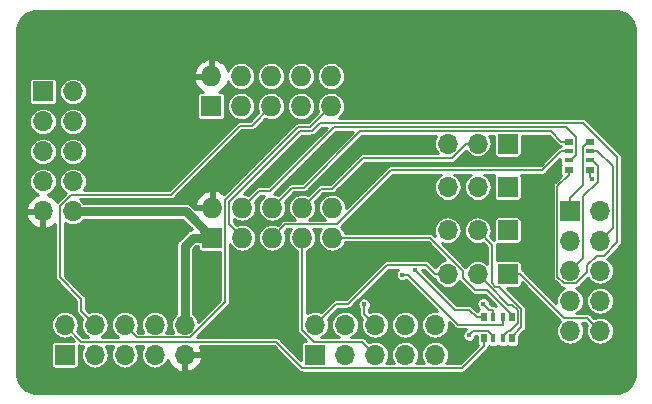
<source format=gtl>
G04 #@! TF.GenerationSoftware,KiCad,Pcbnew,(5.1.0-1558-g0ba0c1724)*
G04 #@! TF.CreationDate,2019-09-15T11:25:37-07:00*
G04 #@! TF.ProjectId,IOBoard,494f426f-6172-4642-9e6b-696361645f70,rev?*
G04 #@! TF.SameCoordinates,Original*
G04 #@! TF.FileFunction,Copper,L1,Top*
G04 #@! TF.FilePolarity,Positive*
%FSLAX46Y46*%
G04 Gerber Fmt 4.6, Leading zero omitted, Abs format (unit mm)*
G04 Created by KiCad (PCBNEW (5.1.0-1558-g0ba0c1724)) date 2019-09-15 11:25:37*
%MOMM*%
%LPD*%
G04 APERTURE LIST*
%ADD10O,1.700000X1.700000*%
%ADD11R,1.700000X1.700000*%
%ADD12O,1.727200X1.727200*%
%ADD13R,1.727200X1.727200*%
%ADD14R,0.800000X0.500000*%
%ADD15R,0.800000X0.400000*%
%ADD16R,0.500000X0.800000*%
%ADD17R,0.400000X0.800000*%
%ADD18C,0.450000*%
%ADD19C,0.152400*%
%ADD20C,0.762000*%
%ADD21C,0.254000*%
G04 APERTURE END LIST*
D10*
X98779200Y-93562400D03*
X101319200Y-93562400D03*
D11*
X103859200Y-93562400D03*
D12*
X88925400Y-87858600D03*
X88925400Y-90398600D03*
X86385400Y-87858600D03*
X86385400Y-90398600D03*
X83845400Y-87858600D03*
X83845400Y-90398600D03*
X81305400Y-87858600D03*
X81305400Y-90398600D03*
X78765400Y-87858600D03*
D13*
X78765400Y-90398600D03*
D12*
X89001600Y-98984000D03*
X89001600Y-101524000D03*
X86461600Y-98984000D03*
X86461600Y-101524000D03*
X83921600Y-98984000D03*
X83921600Y-101524000D03*
X81381600Y-98984000D03*
X81381600Y-101524000D03*
X78841600Y-98984000D03*
D13*
X78841600Y-101524000D03*
D14*
X110846000Y-95796000D03*
D15*
X110846000Y-94996000D03*
D14*
X110846000Y-93396000D03*
D15*
X110846000Y-94196000D03*
D14*
X109046000Y-95796000D03*
D15*
X109046000Y-94196000D03*
X109046000Y-94996000D03*
D14*
X109046000Y-93396000D03*
D16*
X101846000Y-110058000D03*
D17*
X102646000Y-110058000D03*
D16*
X104246000Y-110058000D03*
D17*
X103446000Y-110058000D03*
D16*
X101846000Y-108258000D03*
D17*
X103446000Y-108258000D03*
X102646000Y-108258000D03*
D16*
X104246000Y-108258000D03*
D10*
X98781000Y-97231200D03*
X101321000Y-97231200D03*
D11*
X103861000Y-97231200D03*
D10*
X98781000Y-104597000D03*
X101321000Y-104597000D03*
D11*
X103861000Y-104597000D03*
D10*
X98781000Y-100914000D03*
X101321000Y-100914000D03*
D11*
X103861000Y-100914000D03*
D10*
X67056000Y-99314000D03*
X64516000Y-99314000D03*
X67056000Y-96774000D03*
X64516000Y-96774000D03*
X67056000Y-94234000D03*
X64516000Y-94234000D03*
X67056000Y-91694000D03*
X64516000Y-91694000D03*
X67056000Y-89154000D03*
D11*
X64516000Y-89154000D03*
D10*
X76517500Y-108902000D03*
X76517500Y-111442000D03*
X73977500Y-108902000D03*
X73977500Y-111442000D03*
X71437500Y-108902000D03*
X71437500Y-111442000D03*
X68897500Y-108902000D03*
X68897500Y-111442000D03*
X66357500Y-108902000D03*
D11*
X66357500Y-111442000D03*
D10*
X111696000Y-109410500D03*
X109156000Y-109410500D03*
X111696000Y-106870500D03*
X109156000Y-106870500D03*
X111696000Y-104330500D03*
X109156000Y-104330500D03*
X111696000Y-101790500D03*
X109156000Y-101790500D03*
X111696000Y-99250500D03*
D11*
X109156000Y-99250500D03*
D10*
X97726500Y-108902000D03*
X97726500Y-111442000D03*
X95186500Y-108902000D03*
X95186500Y-111442000D03*
X92646500Y-108902000D03*
X92646500Y-111442000D03*
X90106500Y-108902000D03*
X90106500Y-111442000D03*
X87566500Y-108902000D03*
D11*
X87566500Y-111442000D03*
D18*
X87738674Y-97065423D03*
X87399682Y-92920056D03*
X91704300Y-107157300D03*
X96045500Y-104285100D03*
X101781400Y-107120600D03*
X94940800Y-104668600D03*
X100590000Y-109809200D03*
X111033100Y-96596500D03*
X81608800Y-107329200D03*
X70534400Y-104636800D03*
X70026400Y-102249200D03*
X78408400Y-106059200D03*
X77595600Y-103062000D03*
X83996400Y-106973600D03*
X87400000Y-106313200D03*
X89889200Y-103214400D03*
X89940000Y-105449600D03*
X92886400Y-102808000D03*
X91768800Y-100674400D03*
X93292800Y-98540800D03*
X94715200Y-96966000D03*
X91768800Y-96915200D03*
X90194000Y-94781600D03*
X88771600Y-93867200D03*
X85876000Y-94273600D03*
X86130000Y-96458000D03*
X83285200Y-96712000D03*
X82370800Y-94019600D03*
X80694400Y-94934000D03*
X78865600Y-96000800D03*
X91260800Y-89701600D03*
X92734000Y-87974400D03*
X95020000Y-93511600D03*
X98931600Y-90870000D03*
X107466000Y-90006400D03*
X107262800Y-102960400D03*
X107415200Y-105500400D03*
X100811200Y-102757200D03*
X99846000Y-106618000D03*
X99287200Y-110529600D03*
X82015200Y-112764800D03*
X64286000Y-105754400D03*
X70483600Y-85688400D03*
D19*
X110846000Y-94196000D02*
X111474900Y-94196000D01*
X111474900Y-94196000D02*
X112777600Y-95498700D01*
X112777600Y-100708900D02*
X111696000Y-101790500D01*
X112777600Y-95498700D02*
X112777600Y-100708900D01*
X103861000Y-104597000D02*
X104939900Y-104597000D01*
X104939900Y-104597000D02*
X108674500Y-108331600D01*
X108674500Y-108331600D02*
X110617100Y-108331600D01*
X110617100Y-108331600D02*
X111696000Y-109410500D01*
X91704300Y-107157300D02*
X91704300Y-107959800D01*
X91704300Y-107959800D02*
X92646500Y-108902000D01*
X93636300Y-103831200D02*
X90343950Y-107123550D01*
X90343950Y-107123550D02*
X89344950Y-107123550D01*
X89344950Y-107123550D02*
X87566500Y-108902000D01*
X79934200Y-107013400D02*
X76966700Y-109980900D01*
X87143300Y-92180700D02*
X86119900Y-92180700D01*
X86119900Y-92180700D02*
X79934200Y-98366400D01*
X79934200Y-98366400D02*
X79934200Y-107013400D01*
X88925400Y-90398600D02*
X87143300Y-92180700D01*
X76966700Y-109980900D02*
X72516400Y-109980900D01*
X72516400Y-109980900D02*
X71437500Y-108902000D01*
X67767200Y-106692800D02*
X65977000Y-104902600D01*
X67767200Y-106692800D02*
X67767200Y-107771700D01*
X67767200Y-107771700D02*
X68897500Y-108902000D01*
X86492100Y-112551300D02*
X84265300Y-110324500D01*
X67780000Y-110324500D02*
X66357500Y-108902000D01*
X99981600Y-112551300D02*
X86492100Y-112551300D01*
X101846000Y-110686900D02*
X99981600Y-112551300D01*
X84265300Y-110324500D02*
X67780000Y-110324500D01*
X101846000Y-110058000D02*
X101846000Y-110686900D01*
X91406600Y-92478300D02*
X86600650Y-97284250D01*
X86600650Y-97284250D02*
X85621350Y-97284250D01*
X85621350Y-97284250D02*
X83921600Y-98984000D01*
X106817000Y-95796000D02*
X94001600Y-95796000D01*
X89391100Y-100406500D02*
X85039100Y-100406500D01*
X85039100Y-100406500D02*
X83921600Y-101524000D01*
X108417000Y-94196000D02*
X106817000Y-95796000D01*
X94001600Y-95796000D02*
X89391100Y-100406500D01*
X109046000Y-94196000D02*
X108417000Y-94196000D01*
X89027350Y-97374150D02*
X91606700Y-94794800D01*
X88071450Y-97374150D02*
X86461600Y-98984000D01*
X89027350Y-97374150D02*
X88071450Y-97374150D01*
X75373300Y-97891400D02*
X81214350Y-92050350D01*
X81214350Y-92050350D02*
X82193650Y-92050350D01*
X82193650Y-92050350D02*
X83845400Y-90398600D01*
X111391300Y-103060500D02*
X111996700Y-103060500D01*
X109046000Y-96198400D02*
X108077100Y-97167300D01*
X108077100Y-97167300D02*
X108077100Y-104839200D01*
X87956366Y-91798700D02*
X87269556Y-92485511D01*
X109046000Y-95796000D02*
X109046000Y-96198400D01*
X110227700Y-91798700D02*
X87956366Y-91798700D01*
X80270300Y-100412700D02*
X80518001Y-100660401D01*
X108647400Y-105409500D02*
X109651700Y-105409500D01*
X87269556Y-92485511D02*
X86296789Y-92485511D01*
X110617000Y-104444200D02*
X110617000Y-103834800D01*
X108077100Y-104839200D02*
X108647400Y-105409500D01*
X111996700Y-103060500D02*
X113125400Y-101931800D01*
X86296789Y-92485511D02*
X80270300Y-98512000D01*
X113125400Y-101931800D02*
X113125400Y-94696400D01*
X80518001Y-100660401D02*
X81381600Y-101524000D01*
X80270300Y-98512000D02*
X80270300Y-100412700D01*
X113125400Y-94696400D02*
X110227700Y-91798700D01*
X110617000Y-103834800D02*
X111391300Y-103060500D01*
X109651700Y-105409500D02*
X110617000Y-104444200D01*
X97702100Y-104597000D02*
X96936300Y-103831200D01*
X96936300Y-103831200D02*
X93636300Y-103831200D01*
X98781000Y-104597000D02*
X97702100Y-104597000D01*
X102142300Y-105974300D02*
X101097800Y-105974300D01*
X101097800Y-105974300D02*
X100051000Y-104927500D01*
X100051000Y-104927500D02*
X100051000Y-104318800D01*
X100051000Y-104318800D02*
X97256200Y-101524000D01*
X97256200Y-101524000D02*
X89001600Y-101524000D01*
X109046000Y-93396000D02*
X108417100Y-93396000D01*
X108417100Y-93396000D02*
X107499400Y-92478300D01*
X107499400Y-92478300D02*
X91406600Y-92478300D01*
D20*
X67056000Y-99314000D02*
X76631600Y-99314000D01*
X76631600Y-99314000D02*
X78841600Y-101524000D01*
X76517500Y-108902000D02*
X76517500Y-102222000D01*
X76517500Y-102222000D02*
X77216000Y-101524000D01*
X77216000Y-101524000D02*
X78841600Y-101524000D01*
D19*
X99389500Y-107629100D02*
X96045500Y-104285100D01*
X102646000Y-108258000D02*
X102646000Y-107629100D01*
X102646000Y-107629100D02*
X102289900Y-107629100D01*
X102289900Y-107629100D02*
X101781400Y-107120600D01*
X103446000Y-108258000D02*
X103446000Y-108886900D01*
X103446000Y-108886900D02*
X99645700Y-108886900D01*
X99645700Y-108886900D02*
X95427400Y-104668600D01*
X95427400Y-104668600D02*
X94940800Y-104668600D01*
X65977000Y-104902600D02*
X65977000Y-98818300D01*
X65977000Y-98818300D02*
X66903900Y-97891400D01*
X66903900Y-97891400D02*
X75373300Y-97891400D01*
X111033100Y-96596500D02*
X110846000Y-96409400D01*
X110846000Y-96409400D02*
X110846000Y-95796000D01*
X101370000Y-93562400D02*
X100291100Y-93562400D01*
X91606700Y-94794800D02*
X99170500Y-94794800D01*
X99170500Y-94794800D02*
X100291100Y-93674200D01*
X100291100Y-93674200D02*
X100291100Y-93562400D01*
X91567600Y-110363100D02*
X92646500Y-111442000D01*
X87493300Y-110363100D02*
X91567600Y-110363100D01*
X86461600Y-109331400D02*
X87493300Y-110363100D01*
X86461600Y-101524000D02*
X86461600Y-109331400D01*
X103156150Y-105675601D02*
X102828119Y-105675601D01*
X102828119Y-105675601D02*
X102538400Y-105385882D01*
X105029412Y-107548863D02*
X103156150Y-105675601D01*
X105029412Y-109124588D02*
X105029412Y-107548863D01*
X104246000Y-109908000D02*
X105029412Y-109124588D01*
X103922908Y-107201457D02*
X104250940Y-107201457D01*
X102170999Y-105449548D02*
X103922908Y-107201457D01*
X103446000Y-109858000D02*
X103446000Y-110058000D01*
X101321000Y-104597000D02*
X102170999Y-105446999D01*
X103874900Y-109429100D02*
X103446000Y-109858000D01*
X104055300Y-109429100D02*
X103874900Y-109429100D01*
X104724601Y-107675118D02*
X104724601Y-108759799D01*
X102170999Y-105446999D02*
X102170999Y-105449548D01*
X104724601Y-108759799D02*
X104055300Y-109429100D01*
X104250940Y-107201457D02*
X104724601Y-107675118D01*
X104246000Y-110058000D02*
X104246000Y-109908000D01*
X102538400Y-102131400D02*
X101321000Y-100914000D01*
X102538400Y-105385882D02*
X102538400Y-102131400D01*
X104246000Y-108108000D02*
X104246000Y-108258000D01*
X103297200Y-107159200D02*
X104246000Y-108108000D01*
X103297200Y-107129200D02*
X103297200Y-107159200D01*
X103297200Y-107129200D02*
X102142300Y-105974300D01*
X101232000Y-108258000D02*
X101846000Y-108258000D01*
X100603100Y-107629100D02*
X101232000Y-108258000D01*
X100603100Y-107629100D02*
X99389500Y-107629100D01*
X102646000Y-109858000D02*
X102646000Y-110058000D01*
X102217100Y-109429100D02*
X102646000Y-109858000D01*
X100970100Y-109429100D02*
X102217100Y-109429100D01*
X100590000Y-109809200D02*
X100970100Y-109429100D01*
X109674900Y-94567100D02*
X109246000Y-94996000D01*
X109674900Y-93045900D02*
X109674900Y-94567100D01*
X109246000Y-94996000D02*
X109046000Y-94996000D01*
X81381600Y-98984000D02*
X82776550Y-97589050D01*
X108792400Y-92163400D02*
X109674900Y-93045900D01*
X82776550Y-97589050D02*
X83755850Y-97589050D01*
X83755850Y-97589050D02*
X89181500Y-92163400D01*
X89181500Y-92163400D02*
X108792400Y-92163400D01*
X109156000Y-104330500D02*
X110234900Y-103251600D01*
X111487000Y-96784600D02*
X111487000Y-95437000D01*
X111046000Y-94996000D02*
X110846000Y-94996000D01*
X110234900Y-103251600D02*
X110234900Y-98036700D01*
X110234900Y-98036700D02*
X111487000Y-96784600D01*
X111487000Y-95437000D02*
X111046000Y-94996000D01*
X110696000Y-93396000D02*
X110846000Y-93396000D01*
X110217100Y-93874900D02*
X110696000Y-93396000D01*
X110217100Y-97110500D02*
X110217100Y-93874900D01*
X109156000Y-98171600D02*
X110217100Y-97110500D01*
X109156000Y-99250500D02*
X109156000Y-98171600D01*
D21*
G36*
X62329200Y-91685728D02*
G01*
X63331130Y-91685728D01*
X63352088Y-91916028D01*
X63417381Y-92137871D01*
X63524519Y-92342807D01*
X63669422Y-92523030D01*
X63846571Y-92671676D01*
X64049218Y-92783082D01*
X64270069Y-92853141D01*
X64460921Y-92873200D01*
X64574125Y-92873200D01*
X64746148Y-92856333D01*
X64967530Y-92789493D01*
X65171714Y-92680927D01*
X65350921Y-92534770D01*
X65498326Y-92356587D01*
X65608315Y-92153167D01*
X65676698Y-91932257D01*
X65700870Y-91702272D01*
X65699365Y-91685728D01*
X65871130Y-91685728D01*
X65892088Y-91916028D01*
X65957381Y-92137871D01*
X66064519Y-92342807D01*
X66209422Y-92523030D01*
X66386571Y-92671676D01*
X66589218Y-92783082D01*
X66810069Y-92853141D01*
X67000921Y-92873200D01*
X67114125Y-92873200D01*
X67286148Y-92856333D01*
X67507530Y-92789493D01*
X67711714Y-92680927D01*
X67890921Y-92534770D01*
X68038326Y-92356587D01*
X68148315Y-92153167D01*
X68216698Y-91932257D01*
X68240870Y-91702272D01*
X68219912Y-91471972D01*
X68154619Y-91250129D01*
X68047481Y-91045193D01*
X67902578Y-90864970D01*
X67725429Y-90716324D01*
X67522782Y-90604918D01*
X67301931Y-90534859D01*
X67111079Y-90514800D01*
X66997875Y-90514800D01*
X66825852Y-90531667D01*
X66604470Y-90598507D01*
X66400286Y-90707073D01*
X66221079Y-90853230D01*
X66073674Y-91031413D01*
X65963685Y-91234833D01*
X65895302Y-91455743D01*
X65871130Y-91685728D01*
X65699365Y-91685728D01*
X65679912Y-91471972D01*
X65614619Y-91250129D01*
X65507481Y-91045193D01*
X65362578Y-90864970D01*
X65185429Y-90716324D01*
X64982782Y-90604918D01*
X64761931Y-90534859D01*
X64571079Y-90514800D01*
X64457875Y-90514800D01*
X64285852Y-90531667D01*
X64064470Y-90598507D01*
X63860286Y-90707073D01*
X63681079Y-90853230D01*
X63533674Y-91031413D01*
X63423685Y-91234833D01*
X63355302Y-91455743D01*
X63331130Y-91685728D01*
X62329200Y-91685728D01*
X62329200Y-88291590D01*
X63332819Y-88291590D01*
X63332819Y-90016410D01*
X63355901Y-90132448D01*
X63428660Y-90241340D01*
X63537552Y-90314099D01*
X63653590Y-90337181D01*
X65378410Y-90337181D01*
X65494448Y-90314099D01*
X65603340Y-90241340D01*
X65676099Y-90132448D01*
X65699181Y-90016410D01*
X65699181Y-89145728D01*
X65871130Y-89145728D01*
X65892088Y-89376028D01*
X65957381Y-89597871D01*
X66064519Y-89802807D01*
X66209422Y-89983030D01*
X66386571Y-90131676D01*
X66589218Y-90243082D01*
X66810069Y-90313141D01*
X67000921Y-90333200D01*
X67114125Y-90333200D01*
X67286148Y-90316333D01*
X67507530Y-90249493D01*
X67711714Y-90140927D01*
X67890921Y-89994770D01*
X68038326Y-89816587D01*
X68148315Y-89613167D01*
X68216698Y-89392257D01*
X68240870Y-89162272D01*
X68219912Y-88931972D01*
X68154619Y-88710129D01*
X68047481Y-88505193D01*
X67902578Y-88324970D01*
X67725429Y-88176324D01*
X67522782Y-88064918D01*
X67301931Y-87994859D01*
X67223351Y-87986600D01*
X77262016Y-87986600D01*
X77325782Y-88290506D01*
X77419135Y-88526892D01*
X77550981Y-88744170D01*
X77717553Y-88936125D01*
X77914084Y-89097271D01*
X78097748Y-89201819D01*
X77889390Y-89201819D01*
X77773352Y-89224901D01*
X77664460Y-89297660D01*
X77591701Y-89406552D01*
X77568619Y-89522590D01*
X77568619Y-91274610D01*
X77591701Y-91390648D01*
X77664460Y-91499540D01*
X77773352Y-91572299D01*
X77889390Y-91595381D01*
X79641410Y-91595381D01*
X79757448Y-91572299D01*
X79866340Y-91499540D01*
X79939099Y-91390648D01*
X79962181Y-91274610D01*
X79962181Y-90390232D01*
X80106864Y-90390232D01*
X80128064Y-90623188D01*
X80194110Y-90847591D01*
X80302483Y-91054890D01*
X80449058Y-91237192D01*
X80628250Y-91387552D01*
X80833235Y-91500243D01*
X81056628Y-91571108D01*
X81249694Y-91591400D01*
X81364199Y-91591400D01*
X81538203Y-91574339D01*
X81762138Y-91506728D01*
X81968676Y-91396910D01*
X82149950Y-91249067D01*
X82299056Y-91068829D01*
X82410313Y-90863063D01*
X82479484Y-90639605D01*
X82503936Y-90406968D01*
X82482736Y-90174012D01*
X82416690Y-89949609D01*
X82308317Y-89742310D01*
X82161742Y-89560008D01*
X81982550Y-89409648D01*
X81777565Y-89296957D01*
X81554172Y-89226092D01*
X81361106Y-89205800D01*
X81246601Y-89205800D01*
X81072597Y-89222861D01*
X80848662Y-89290472D01*
X80642124Y-89400290D01*
X80460850Y-89548133D01*
X80311744Y-89728371D01*
X80200487Y-89934137D01*
X80131316Y-90157595D01*
X80106864Y-90390232D01*
X79962181Y-90390232D01*
X79962181Y-89522590D01*
X79939099Y-89406552D01*
X79866340Y-89297660D01*
X79757448Y-89224901D01*
X79641410Y-89201819D01*
X79429927Y-89201819D01*
X79496367Y-89171890D01*
X79707193Y-89029955D01*
X79891090Y-88854526D01*
X80042798Y-88650621D01*
X80157983Y-88424070D01*
X80194136Y-88307640D01*
X80302483Y-88514890D01*
X80449058Y-88697192D01*
X80628250Y-88847552D01*
X80833235Y-88960243D01*
X81056628Y-89031108D01*
X81249694Y-89051400D01*
X81364199Y-89051400D01*
X81538203Y-89034339D01*
X81762138Y-88966728D01*
X81968676Y-88856910D01*
X82149950Y-88709067D01*
X82299056Y-88528829D01*
X82410313Y-88323063D01*
X82479484Y-88099605D01*
X82503936Y-87866968D01*
X82502413Y-87850232D01*
X82646864Y-87850232D01*
X82668064Y-88083188D01*
X82734110Y-88307591D01*
X82842483Y-88514890D01*
X82989058Y-88697192D01*
X83168250Y-88847552D01*
X83373235Y-88960243D01*
X83596628Y-89031108D01*
X83789694Y-89051400D01*
X83904199Y-89051400D01*
X84078203Y-89034339D01*
X84302138Y-88966728D01*
X84508676Y-88856910D01*
X84689950Y-88709067D01*
X84839056Y-88528829D01*
X84950313Y-88323063D01*
X85019484Y-88099605D01*
X85043936Y-87866968D01*
X85042413Y-87850232D01*
X85186864Y-87850232D01*
X85208064Y-88083188D01*
X85274110Y-88307591D01*
X85382483Y-88514890D01*
X85529058Y-88697192D01*
X85708250Y-88847552D01*
X85913235Y-88960243D01*
X86136628Y-89031108D01*
X86329694Y-89051400D01*
X86444199Y-89051400D01*
X86618203Y-89034339D01*
X86842138Y-88966728D01*
X87048676Y-88856910D01*
X87229950Y-88709067D01*
X87379056Y-88528829D01*
X87490313Y-88323063D01*
X87559484Y-88099605D01*
X87583936Y-87866968D01*
X87582413Y-87850232D01*
X87726864Y-87850232D01*
X87748064Y-88083188D01*
X87814110Y-88307591D01*
X87922483Y-88514890D01*
X88069058Y-88697192D01*
X88248250Y-88847552D01*
X88453235Y-88960243D01*
X88676628Y-89031108D01*
X88869694Y-89051400D01*
X88984199Y-89051400D01*
X89158203Y-89034339D01*
X89382138Y-88966728D01*
X89588676Y-88856910D01*
X89769950Y-88709067D01*
X89919056Y-88528829D01*
X90030313Y-88323063D01*
X90099484Y-88099605D01*
X90123936Y-87866968D01*
X90102736Y-87634012D01*
X90036690Y-87409609D01*
X89928317Y-87202310D01*
X89781742Y-87020008D01*
X89602550Y-86869648D01*
X89397565Y-86756957D01*
X89174172Y-86686092D01*
X88981106Y-86665800D01*
X88866601Y-86665800D01*
X88692597Y-86682861D01*
X88468662Y-86750472D01*
X88262124Y-86860290D01*
X88080850Y-87008133D01*
X87931744Y-87188371D01*
X87820487Y-87394137D01*
X87751316Y-87617595D01*
X87726864Y-87850232D01*
X87582413Y-87850232D01*
X87562736Y-87634012D01*
X87496690Y-87409609D01*
X87388317Y-87202310D01*
X87241742Y-87020008D01*
X87062550Y-86869648D01*
X86857565Y-86756957D01*
X86634172Y-86686092D01*
X86441106Y-86665800D01*
X86326601Y-86665800D01*
X86152597Y-86682861D01*
X85928662Y-86750472D01*
X85722124Y-86860290D01*
X85540850Y-87008133D01*
X85391744Y-87188371D01*
X85280487Y-87394137D01*
X85211316Y-87617595D01*
X85186864Y-87850232D01*
X85042413Y-87850232D01*
X85022736Y-87634012D01*
X84956690Y-87409609D01*
X84848317Y-87202310D01*
X84701742Y-87020008D01*
X84522550Y-86869648D01*
X84317565Y-86756957D01*
X84094172Y-86686092D01*
X83901106Y-86665800D01*
X83786601Y-86665800D01*
X83612597Y-86682861D01*
X83388662Y-86750472D01*
X83182124Y-86860290D01*
X83000850Y-87008133D01*
X82851744Y-87188371D01*
X82740487Y-87394137D01*
X82671316Y-87617595D01*
X82646864Y-87850232D01*
X82502413Y-87850232D01*
X82482736Y-87634012D01*
X82416690Y-87409609D01*
X82308317Y-87202310D01*
X82161742Y-87020008D01*
X81982550Y-86869648D01*
X81777565Y-86756957D01*
X81554172Y-86686092D01*
X81361106Y-86665800D01*
X81246601Y-86665800D01*
X81072597Y-86682861D01*
X80848662Y-86750472D01*
X80642124Y-86860290D01*
X80460850Y-87008133D01*
X80311744Y-87188371D01*
X80200487Y-87394137D01*
X80196828Y-87405956D01*
X80111665Y-87190308D01*
X79979819Y-86973030D01*
X79813247Y-86781075D01*
X79616716Y-86619929D01*
X79395842Y-86494200D01*
X79154125Y-86406461D01*
X78893400Y-86371904D01*
X78893400Y-87986600D01*
X77262016Y-87986600D01*
X67223351Y-87986600D01*
X67111079Y-87974800D01*
X66997875Y-87974800D01*
X66825852Y-87991667D01*
X66604470Y-88058507D01*
X66400286Y-88167073D01*
X66221079Y-88313230D01*
X66073674Y-88491413D01*
X65963685Y-88694833D01*
X65895302Y-88915743D01*
X65871130Y-89145728D01*
X65699181Y-89145728D01*
X65699181Y-88291590D01*
X65676099Y-88175552D01*
X65603340Y-88066660D01*
X65494448Y-87993901D01*
X65378410Y-87970819D01*
X63653590Y-87970819D01*
X63537552Y-87993901D01*
X63428660Y-88066660D01*
X63355901Y-88175552D01*
X63332819Y-88291590D01*
X62329200Y-88291590D01*
X62329200Y-87730600D01*
X77271639Y-87730600D01*
X78637400Y-87730600D01*
X78637400Y-86344570D01*
X78266158Y-86440925D01*
X78034433Y-86545310D01*
X77823607Y-86687245D01*
X77639710Y-86862674D01*
X77488002Y-87066579D01*
X77372817Y-87293130D01*
X77297450Y-87535850D01*
X77271639Y-87730600D01*
X62329200Y-87730600D01*
X62329200Y-84049222D01*
X62332591Y-84038131D01*
X62333590Y-84023621D01*
X62351872Y-83765437D01*
X62401364Y-83535554D01*
X62482753Y-83314937D01*
X62594418Y-83107985D01*
X62734125Y-82918838D01*
X62899087Y-82751265D01*
X63086021Y-82608601D01*
X63291196Y-82493698D01*
X63510493Y-82408858D01*
X63739577Y-82355759D01*
X63984352Y-82334560D01*
X64016819Y-82334304D01*
X64038410Y-82329200D01*
X112950778Y-82329200D01*
X112961869Y-82332591D01*
X112976516Y-82333600D01*
X113234563Y-82351872D01*
X113464446Y-82401364D01*
X113685063Y-82482753D01*
X113892015Y-82594418D01*
X114081162Y-82734125D01*
X114248735Y-82899087D01*
X114391399Y-83086021D01*
X114506302Y-83291196D01*
X114591142Y-83510493D01*
X114644241Y-83739577D01*
X114665440Y-83984352D01*
X114665696Y-84016819D01*
X114670801Y-84038414D01*
X114670800Y-112950778D01*
X114667409Y-112961869D01*
X114666410Y-112976380D01*
X114648129Y-113234556D01*
X114598636Y-113464447D01*
X114517246Y-113685066D01*
X114405581Y-113892016D01*
X114265875Y-114081162D01*
X114100917Y-114248732D01*
X113913979Y-114391399D01*
X113708804Y-114506302D01*
X113489507Y-114591142D01*
X113260423Y-114644241D01*
X113015648Y-114665440D01*
X112983181Y-114665696D01*
X112961590Y-114670800D01*
X64049222Y-114670800D01*
X64038131Y-114667409D01*
X64023448Y-114666398D01*
X63765444Y-114648129D01*
X63535553Y-114598636D01*
X63314934Y-114517246D01*
X63107984Y-114405581D01*
X62918838Y-114265875D01*
X62751268Y-114100917D01*
X62608601Y-113913979D01*
X62493698Y-113708804D01*
X62408858Y-113489507D01*
X62355759Y-113260423D01*
X62334560Y-113015648D01*
X62334304Y-112983181D01*
X62329200Y-112961590D01*
X62329200Y-99442000D01*
X63026513Y-99442000D01*
X63089456Y-99741983D01*
X63181961Y-99976222D01*
X63312610Y-100191526D01*
X63477669Y-100381739D01*
X63672416Y-100541422D01*
X63891284Y-100666009D01*
X64130831Y-100752960D01*
X64388000Y-100787047D01*
X64388000Y-99442000D01*
X63026513Y-99442000D01*
X62329200Y-99442000D01*
X62329200Y-99186000D01*
X63035957Y-99186000D01*
X64644000Y-99186000D01*
X64644000Y-100813978D01*
X65010708Y-100718800D01*
X65240329Y-100615363D01*
X65449240Y-100474716D01*
X65571601Y-100357989D01*
X65571600Y-104833465D01*
X65563852Y-104855528D01*
X65571600Y-104925152D01*
X65571600Y-104948286D01*
X65576627Y-104970321D01*
X65584314Y-105039408D01*
X65596999Y-105059628D01*
X65602312Y-105082922D01*
X65646017Y-105137770D01*
X65658085Y-105157006D01*
X65674130Y-105173051D01*
X65717576Y-105227573D01*
X65738974Y-105237894D01*
X67361800Y-106860721D01*
X67361801Y-107702562D01*
X67354052Y-107724627D01*
X67361801Y-107794261D01*
X67361801Y-107817386D01*
X67366825Y-107839408D01*
X67374514Y-107908508D01*
X67387201Y-107928732D01*
X67392514Y-107952024D01*
X67436220Y-108006874D01*
X67448286Y-108026106D01*
X67464337Y-108042157D01*
X67507778Y-108096673D01*
X67529171Y-108106992D01*
X67826181Y-108404002D01*
X67805185Y-108442833D01*
X67736802Y-108663743D01*
X67712630Y-108893728D01*
X67733588Y-109124028D01*
X67798881Y-109345871D01*
X67906019Y-109550807D01*
X68050922Y-109731030D01*
X68228071Y-109879676D01*
X68299783Y-109919100D01*
X67947923Y-109919100D01*
X67428820Y-109399997D01*
X67449815Y-109361167D01*
X67518198Y-109140257D01*
X67542370Y-108910272D01*
X67521412Y-108679972D01*
X67456119Y-108458129D01*
X67348981Y-108253193D01*
X67204078Y-108072970D01*
X67026929Y-107924324D01*
X66824282Y-107812918D01*
X66603431Y-107742859D01*
X66412579Y-107722800D01*
X66299375Y-107722800D01*
X66127352Y-107739667D01*
X65905970Y-107806507D01*
X65701786Y-107915073D01*
X65522579Y-108061230D01*
X65375174Y-108239413D01*
X65265185Y-108442833D01*
X65196802Y-108663743D01*
X65172630Y-108893728D01*
X65193588Y-109124028D01*
X65258881Y-109345871D01*
X65366019Y-109550807D01*
X65510922Y-109731030D01*
X65688071Y-109879676D01*
X65890718Y-109991082D01*
X66111569Y-110061141D01*
X66302421Y-110081200D01*
X66415625Y-110081200D01*
X66587648Y-110064333D01*
X66809030Y-109997493D01*
X66855150Y-109972971D01*
X67140998Y-110258819D01*
X65495090Y-110258819D01*
X65379052Y-110281901D01*
X65270160Y-110354660D01*
X65197401Y-110463552D01*
X65174319Y-110579590D01*
X65174319Y-112304410D01*
X65197401Y-112420448D01*
X65270160Y-112529340D01*
X65379052Y-112602099D01*
X65495090Y-112625181D01*
X67219910Y-112625181D01*
X67335948Y-112602099D01*
X67444840Y-112529340D01*
X67517599Y-112420448D01*
X67540681Y-112304410D01*
X67540681Y-110652917D01*
X67544771Y-110655487D01*
X67599065Y-110698908D01*
X67622334Y-110704238D01*
X67642565Y-110716953D01*
X67712246Y-110724830D01*
X67734383Y-110729900D01*
X67757093Y-110729900D01*
X67826351Y-110737730D01*
X67848773Y-110729900D01*
X67956134Y-110729900D01*
X67915174Y-110779413D01*
X67805185Y-110982833D01*
X67736802Y-111203743D01*
X67712630Y-111433728D01*
X67733588Y-111664028D01*
X67798881Y-111885871D01*
X67906019Y-112090807D01*
X68050922Y-112271030D01*
X68228071Y-112419676D01*
X68430718Y-112531082D01*
X68651569Y-112601141D01*
X68842421Y-112621200D01*
X68955625Y-112621200D01*
X69127648Y-112604333D01*
X69349030Y-112537493D01*
X69553214Y-112428927D01*
X69732421Y-112282770D01*
X69879826Y-112104587D01*
X69989815Y-111901167D01*
X70058198Y-111680257D01*
X70082370Y-111450272D01*
X70061412Y-111219972D01*
X69996119Y-110998129D01*
X69888981Y-110793193D01*
X69838092Y-110729900D01*
X70496134Y-110729900D01*
X70455174Y-110779413D01*
X70345185Y-110982833D01*
X70276802Y-111203743D01*
X70252630Y-111433728D01*
X70273588Y-111664028D01*
X70338881Y-111885871D01*
X70446019Y-112090807D01*
X70590922Y-112271030D01*
X70768071Y-112419676D01*
X70970718Y-112531082D01*
X71191569Y-112601141D01*
X71382421Y-112621200D01*
X71495625Y-112621200D01*
X71667648Y-112604333D01*
X71889030Y-112537493D01*
X72093214Y-112428927D01*
X72272421Y-112282770D01*
X72419826Y-112104587D01*
X72529815Y-111901167D01*
X72598198Y-111680257D01*
X72622370Y-111450272D01*
X72601412Y-111219972D01*
X72536119Y-110998129D01*
X72428981Y-110793193D01*
X72378092Y-110729900D01*
X73036134Y-110729900D01*
X72995174Y-110779413D01*
X72885185Y-110982833D01*
X72816802Y-111203743D01*
X72792630Y-111433728D01*
X72813588Y-111664028D01*
X72878881Y-111885871D01*
X72986019Y-112090807D01*
X73130922Y-112271030D01*
X73308071Y-112419676D01*
X73510718Y-112531082D01*
X73731569Y-112601141D01*
X73922421Y-112621200D01*
X74035625Y-112621200D01*
X74207648Y-112604333D01*
X74429030Y-112537493D01*
X74633214Y-112428927D01*
X74812421Y-112282770D01*
X74959826Y-112104587D01*
X75069815Y-111901167D01*
X75086315Y-111847864D01*
X75090956Y-111869983D01*
X75183461Y-112104222D01*
X75314110Y-112319526D01*
X75479169Y-112509739D01*
X75673916Y-112669422D01*
X75892784Y-112794009D01*
X76132331Y-112880960D01*
X76389500Y-112915047D01*
X76389500Y-111570000D01*
X76645500Y-111570000D01*
X76645500Y-112941978D01*
X77012208Y-112846800D01*
X77241829Y-112743363D01*
X77450740Y-112602716D01*
X77632966Y-112428881D01*
X77783297Y-112226828D01*
X77897436Y-112002334D01*
X77972118Y-111761819D01*
X77997543Y-111570000D01*
X76645500Y-111570000D01*
X76389500Y-111570000D01*
X76389500Y-111314000D01*
X78006987Y-111314000D01*
X77944044Y-111014017D01*
X77851539Y-110779778D01*
X77821272Y-110729900D01*
X84097380Y-110729900D01*
X86156550Y-112789071D01*
X86166674Y-112810154D01*
X86221395Y-112853916D01*
X86237744Y-112870266D01*
X86256871Y-112882287D01*
X86311165Y-112925708D01*
X86334434Y-112931038D01*
X86354665Y-112943753D01*
X86424346Y-112951630D01*
X86446483Y-112956700D01*
X86469193Y-112956700D01*
X86538451Y-112964530D01*
X86560873Y-112956700D01*
X99912465Y-112956700D01*
X99934528Y-112964448D01*
X100004152Y-112956700D01*
X100027287Y-112956700D01*
X100049320Y-112951674D01*
X100118408Y-112943986D01*
X100138628Y-112931301D01*
X100161923Y-112925988D01*
X100216780Y-112882276D01*
X100236006Y-112870215D01*
X100252050Y-112854170D01*
X100306573Y-112810723D01*
X100316893Y-112789327D01*
X102083771Y-111022450D01*
X102104854Y-111012326D01*
X102148616Y-110957605D01*
X102164966Y-110941256D01*
X102176987Y-110922129D01*
X102220408Y-110867835D01*
X102225738Y-110844566D01*
X102238453Y-110824335D01*
X102246330Y-110754654D01*
X102246648Y-110753266D01*
X102271000Y-110736994D01*
X102317552Y-110768099D01*
X102433590Y-110791181D01*
X102858410Y-110791181D01*
X102974448Y-110768099D01*
X103046000Y-110720290D01*
X103117552Y-110768099D01*
X103233590Y-110791181D01*
X103658410Y-110791181D01*
X103774448Y-110768099D01*
X103821000Y-110736994D01*
X103867552Y-110768099D01*
X103983590Y-110791181D01*
X104508410Y-110791181D01*
X104624448Y-110768099D01*
X104733340Y-110695340D01*
X104806099Y-110586448D01*
X104829181Y-110470410D01*
X104829181Y-109898140D01*
X105267185Y-109460137D01*
X105288266Y-109450014D01*
X105332028Y-109395293D01*
X105348378Y-109378944D01*
X105360399Y-109359817D01*
X105403820Y-109305523D01*
X105409150Y-109282254D01*
X105421865Y-109262023D01*
X105429742Y-109192342D01*
X105434812Y-109170205D01*
X105434812Y-109147495D01*
X105442642Y-109078237D01*
X105434812Y-109055815D01*
X105434812Y-107618002D01*
X105442561Y-107595937D01*
X105434812Y-107526305D01*
X105434812Y-107503178D01*
X105429787Y-107481146D01*
X105422097Y-107412054D01*
X105409413Y-107391835D01*
X105404100Y-107368540D01*
X105360393Y-107313690D01*
X105348328Y-107294457D01*
X105332275Y-107278404D01*
X105288835Y-107223890D01*
X105267440Y-107213570D01*
X103834050Y-105780181D01*
X104723410Y-105780181D01*
X104839448Y-105757099D01*
X104948340Y-105684340D01*
X105021099Y-105575448D01*
X105044181Y-105459410D01*
X105044181Y-105274601D01*
X108331120Y-108561541D01*
X108321079Y-108569730D01*
X108173674Y-108747913D01*
X108063685Y-108951333D01*
X107995302Y-109172243D01*
X107971130Y-109402228D01*
X107992088Y-109632528D01*
X108057381Y-109854371D01*
X108164519Y-110059307D01*
X108309422Y-110239530D01*
X108486571Y-110388176D01*
X108689218Y-110499582D01*
X108910069Y-110569641D01*
X109100921Y-110589700D01*
X109214125Y-110589700D01*
X109386148Y-110572833D01*
X109607530Y-110505993D01*
X109811714Y-110397427D01*
X109990921Y-110251270D01*
X110138326Y-110073087D01*
X110248315Y-109869667D01*
X110316698Y-109648757D01*
X110340870Y-109418772D01*
X110319912Y-109188472D01*
X110254619Y-108966629D01*
X110147481Y-108761693D01*
X110127627Y-108737000D01*
X110449179Y-108737000D01*
X110624681Y-108912502D01*
X110603685Y-108951333D01*
X110535302Y-109172243D01*
X110511130Y-109402228D01*
X110532088Y-109632528D01*
X110597381Y-109854371D01*
X110704519Y-110059307D01*
X110849422Y-110239530D01*
X111026571Y-110388176D01*
X111229218Y-110499582D01*
X111450069Y-110569641D01*
X111640921Y-110589700D01*
X111754125Y-110589700D01*
X111926148Y-110572833D01*
X112147530Y-110505993D01*
X112351714Y-110397427D01*
X112530921Y-110251270D01*
X112678326Y-110073087D01*
X112788315Y-109869667D01*
X112856698Y-109648757D01*
X112880870Y-109418772D01*
X112859912Y-109188472D01*
X112794619Y-108966629D01*
X112687481Y-108761693D01*
X112542578Y-108581470D01*
X112365429Y-108432824D01*
X112162782Y-108321418D01*
X111941931Y-108251359D01*
X111751079Y-108231300D01*
X111637875Y-108231300D01*
X111465852Y-108248167D01*
X111244470Y-108315007D01*
X111198351Y-108339529D01*
X110952649Y-108093828D01*
X110942526Y-108072746D01*
X110887800Y-108028980D01*
X110871456Y-108012635D01*
X110852330Y-108000614D01*
X110798035Y-107957193D01*
X110774762Y-107951862D01*
X110754533Y-107939149D01*
X110684853Y-107931270D01*
X110662715Y-107926200D01*
X110640007Y-107926200D01*
X110570750Y-107918369D01*
X110548327Y-107926200D01*
X109682370Y-107926200D01*
X109811714Y-107857427D01*
X109990921Y-107711270D01*
X110138326Y-107533087D01*
X110248315Y-107329667D01*
X110316698Y-107108757D01*
X110340870Y-106878772D01*
X110339365Y-106862228D01*
X110511130Y-106862228D01*
X110532088Y-107092528D01*
X110597381Y-107314371D01*
X110704519Y-107519307D01*
X110849422Y-107699530D01*
X111026571Y-107848176D01*
X111229218Y-107959582D01*
X111450069Y-108029641D01*
X111640921Y-108049700D01*
X111754125Y-108049700D01*
X111926148Y-108032833D01*
X112147530Y-107965993D01*
X112351714Y-107857427D01*
X112530921Y-107711270D01*
X112678326Y-107533087D01*
X112788315Y-107329667D01*
X112856698Y-107108757D01*
X112880870Y-106878772D01*
X112859912Y-106648472D01*
X112794619Y-106426629D01*
X112687481Y-106221693D01*
X112542578Y-106041470D01*
X112365429Y-105892824D01*
X112162782Y-105781418D01*
X111941931Y-105711359D01*
X111751079Y-105691300D01*
X111637875Y-105691300D01*
X111465852Y-105708167D01*
X111244470Y-105775007D01*
X111040286Y-105883573D01*
X110861079Y-106029730D01*
X110713674Y-106207913D01*
X110603685Y-106411333D01*
X110535302Y-106632243D01*
X110511130Y-106862228D01*
X110339365Y-106862228D01*
X110319912Y-106648472D01*
X110254619Y-106426629D01*
X110147481Y-106221693D01*
X110002578Y-106041470D01*
X109825429Y-105892824D01*
X109683686Y-105814900D01*
X109697387Y-105814900D01*
X109719420Y-105809874D01*
X109788508Y-105802186D01*
X109808728Y-105789501D01*
X109832023Y-105784188D01*
X109886880Y-105740476D01*
X109906106Y-105728415D01*
X109922150Y-105712370D01*
X109976673Y-105668923D01*
X109986993Y-105647528D01*
X110687593Y-104946930D01*
X110704519Y-104979307D01*
X110849422Y-105159530D01*
X111026571Y-105308176D01*
X111229218Y-105419582D01*
X111450069Y-105489641D01*
X111640921Y-105509700D01*
X111754125Y-105509700D01*
X111926148Y-105492833D01*
X112147530Y-105425993D01*
X112351714Y-105317427D01*
X112530921Y-105171270D01*
X112678326Y-104993087D01*
X112788315Y-104789667D01*
X112856698Y-104568757D01*
X112880870Y-104338772D01*
X112859912Y-104108472D01*
X112794619Y-103886629D01*
X112687481Y-103681693D01*
X112542578Y-103501470D01*
X112365429Y-103352824D01*
X112315104Y-103325158D01*
X112321673Y-103319923D01*
X112331993Y-103298527D01*
X113363171Y-102267350D01*
X113384254Y-102257226D01*
X113428016Y-102202505D01*
X113444366Y-102186156D01*
X113456387Y-102167029D01*
X113499808Y-102112735D01*
X113505138Y-102089466D01*
X113517853Y-102069235D01*
X113525730Y-101999554D01*
X113530800Y-101977417D01*
X113530800Y-101954707D01*
X113538630Y-101885449D01*
X113530800Y-101863027D01*
X113530800Y-94765536D01*
X113538548Y-94743473D01*
X113530800Y-94673848D01*
X113530800Y-94650714D01*
X113525773Y-94628676D01*
X113518086Y-94559594D01*
X113505402Y-94539374D01*
X113500088Y-94516076D01*
X113456382Y-94461228D01*
X113444318Y-94441995D01*
X113428259Y-94425936D01*
X113384823Y-94371427D01*
X113363430Y-94361108D01*
X110563250Y-91560930D01*
X110553126Y-91539846D01*
X110498400Y-91496080D01*
X110482056Y-91479735D01*
X110462930Y-91467714D01*
X110408635Y-91424293D01*
X110385362Y-91418962D01*
X110365133Y-91406249D01*
X110295453Y-91398370D01*
X110273315Y-91393300D01*
X110250607Y-91393300D01*
X110181350Y-91385469D01*
X110158927Y-91393300D01*
X89593102Y-91393300D01*
X89769950Y-91249067D01*
X89919056Y-91068829D01*
X90030313Y-90863063D01*
X90099484Y-90639605D01*
X90123936Y-90406968D01*
X90102736Y-90174012D01*
X90036690Y-89949609D01*
X89928317Y-89742310D01*
X89781742Y-89560008D01*
X89602550Y-89409648D01*
X89397565Y-89296957D01*
X89174172Y-89226092D01*
X88981106Y-89205800D01*
X88866601Y-89205800D01*
X88692597Y-89222861D01*
X88468662Y-89290472D01*
X88262124Y-89400290D01*
X88080850Y-89548133D01*
X87931744Y-89728371D01*
X87820487Y-89934137D01*
X87751316Y-90157595D01*
X87726864Y-90390232D01*
X87748064Y-90623188D01*
X87814110Y-90847591D01*
X87844657Y-90906022D01*
X86975379Y-91775300D01*
X86189035Y-91775300D01*
X86166972Y-91767552D01*
X86097347Y-91775300D01*
X86074213Y-91775300D01*
X86052180Y-91780326D01*
X85983093Y-91788014D01*
X85962871Y-91800699D01*
X85939576Y-91806013D01*
X85884732Y-91849715D01*
X85865494Y-91861783D01*
X85849436Y-91877841D01*
X85794927Y-91921277D01*
X85784608Y-91942670D01*
X79851731Y-97875549D01*
X79692916Y-97745329D01*
X79472042Y-97619600D01*
X79230325Y-97531861D01*
X78969600Y-97497304D01*
X78969600Y-99112000D01*
X77433973Y-99112000D01*
X77177974Y-98856000D01*
X77347839Y-98856000D01*
X78713600Y-98856000D01*
X78713600Y-97469970D01*
X78342358Y-97566325D01*
X78110633Y-97670710D01*
X77899807Y-97812645D01*
X77715910Y-97988074D01*
X77564202Y-98191979D01*
X77449017Y-98418530D01*
X77373650Y-98661250D01*
X77347839Y-98856000D01*
X77177974Y-98856000D01*
X77054248Y-98732274D01*
X77003823Y-98706581D01*
X76958043Y-98673320D01*
X76904227Y-98655834D01*
X76853799Y-98630140D01*
X76797897Y-98621286D01*
X76744084Y-98603801D01*
X76688011Y-98603801D01*
X76688005Y-98603800D01*
X67998120Y-98603800D01*
X67902578Y-98484970D01*
X67725429Y-98336324D01*
X67653535Y-98296800D01*
X75304165Y-98296800D01*
X75326228Y-98304548D01*
X75395852Y-98296800D01*
X75418987Y-98296800D01*
X75441020Y-98291774D01*
X75510108Y-98284086D01*
X75530328Y-98271401D01*
X75553623Y-98266088D01*
X75608480Y-98222376D01*
X75627706Y-98210315D01*
X75643750Y-98194270D01*
X75698273Y-98150823D01*
X75708594Y-98129426D01*
X81382271Y-92455750D01*
X82124515Y-92455750D01*
X82146578Y-92463498D01*
X82216202Y-92455750D01*
X82239337Y-92455750D01*
X82261370Y-92450724D01*
X82330458Y-92443036D01*
X82350678Y-92430351D01*
X82373973Y-92425038D01*
X82428830Y-92381326D01*
X82448056Y-92369265D01*
X82464100Y-92353220D01*
X82518623Y-92309773D01*
X82528943Y-92288378D01*
X83337000Y-91480322D01*
X83373235Y-91500243D01*
X83596628Y-91571108D01*
X83789694Y-91591400D01*
X83904199Y-91591400D01*
X84078203Y-91574339D01*
X84302138Y-91506728D01*
X84508676Y-91396910D01*
X84689950Y-91249067D01*
X84839056Y-91068829D01*
X84950313Y-90863063D01*
X85019484Y-90639605D01*
X85043936Y-90406968D01*
X85042413Y-90390232D01*
X85186864Y-90390232D01*
X85208064Y-90623188D01*
X85274110Y-90847591D01*
X85382483Y-91054890D01*
X85529058Y-91237192D01*
X85708250Y-91387552D01*
X85913235Y-91500243D01*
X86136628Y-91571108D01*
X86329694Y-91591400D01*
X86444199Y-91591400D01*
X86618203Y-91574339D01*
X86842138Y-91506728D01*
X87048676Y-91396910D01*
X87229950Y-91249067D01*
X87379056Y-91068829D01*
X87490313Y-90863063D01*
X87559484Y-90639605D01*
X87583936Y-90406968D01*
X87562736Y-90174012D01*
X87496690Y-89949609D01*
X87388317Y-89742310D01*
X87241742Y-89560008D01*
X87062550Y-89409648D01*
X86857565Y-89296957D01*
X86634172Y-89226092D01*
X86441106Y-89205800D01*
X86326601Y-89205800D01*
X86152597Y-89222861D01*
X85928662Y-89290472D01*
X85722124Y-89400290D01*
X85540850Y-89548133D01*
X85391744Y-89728371D01*
X85280487Y-89934137D01*
X85211316Y-90157595D01*
X85186864Y-90390232D01*
X85042413Y-90390232D01*
X85022736Y-90174012D01*
X84956690Y-89949609D01*
X84848317Y-89742310D01*
X84701742Y-89560008D01*
X84522550Y-89409648D01*
X84317565Y-89296957D01*
X84094172Y-89226092D01*
X83901106Y-89205800D01*
X83786601Y-89205800D01*
X83612597Y-89222861D01*
X83388662Y-89290472D01*
X83182124Y-89400290D01*
X83000850Y-89548133D01*
X82851744Y-89728371D01*
X82740487Y-89934137D01*
X82671316Y-90157595D01*
X82646864Y-90390232D01*
X82668064Y-90623188D01*
X82734110Y-90847591D01*
X82764657Y-90906022D01*
X82025729Y-91644950D01*
X81283485Y-91644950D01*
X81261422Y-91637202D01*
X81191797Y-91644950D01*
X81168663Y-91644950D01*
X81146630Y-91649976D01*
X81077541Y-91657664D01*
X81057321Y-91670348D01*
X81034026Y-91675662D01*
X80979176Y-91719370D01*
X80959943Y-91731435D01*
X80943891Y-91747487D01*
X80889377Y-91790927D01*
X80879057Y-91812322D01*
X75205380Y-97486000D01*
X67997448Y-97486000D01*
X68038326Y-97436587D01*
X68148315Y-97233167D01*
X68216698Y-97012257D01*
X68240870Y-96782272D01*
X68219912Y-96551972D01*
X68154619Y-96330129D01*
X68047481Y-96125193D01*
X67902578Y-95944970D01*
X67725429Y-95796324D01*
X67522782Y-95684918D01*
X67301931Y-95614859D01*
X67111079Y-95594800D01*
X66997875Y-95594800D01*
X66825852Y-95611667D01*
X66604470Y-95678507D01*
X66400286Y-95787073D01*
X66221079Y-95933230D01*
X66073674Y-96111413D01*
X65963685Y-96314833D01*
X65895302Y-96535743D01*
X65871130Y-96765728D01*
X65892088Y-96996028D01*
X65957381Y-97217871D01*
X66064519Y-97422807D01*
X66209422Y-97603030D01*
X66386571Y-97751676D01*
X66440600Y-97781378D01*
X65744358Y-98477621D01*
X65719389Y-98436473D01*
X65554331Y-98246261D01*
X65359584Y-98086578D01*
X65140716Y-97961991D01*
X64922960Y-97882950D01*
X64967530Y-97869493D01*
X65171714Y-97760927D01*
X65350921Y-97614770D01*
X65498326Y-97436587D01*
X65608315Y-97233167D01*
X65676698Y-97012257D01*
X65700870Y-96782272D01*
X65679912Y-96551972D01*
X65614619Y-96330129D01*
X65507481Y-96125193D01*
X65362578Y-95944970D01*
X65185429Y-95796324D01*
X64982782Y-95684918D01*
X64761931Y-95614859D01*
X64571079Y-95594800D01*
X64457875Y-95594800D01*
X64285852Y-95611667D01*
X64064470Y-95678507D01*
X63860286Y-95787073D01*
X63681079Y-95933230D01*
X63533674Y-96111413D01*
X63423685Y-96314833D01*
X63355302Y-96535743D01*
X63331130Y-96765728D01*
X63352088Y-96996028D01*
X63417381Y-97217871D01*
X63524519Y-97422807D01*
X63669422Y-97603030D01*
X63846571Y-97751676D01*
X64049218Y-97863082D01*
X64116610Y-97884460D01*
X64021292Y-97909200D01*
X63791671Y-98012637D01*
X63582760Y-98153284D01*
X63400534Y-98327119D01*
X63250203Y-98529172D01*
X63136064Y-98753666D01*
X63061382Y-98994181D01*
X63035957Y-99186000D01*
X62329200Y-99186000D01*
X62329200Y-94225728D01*
X63331130Y-94225728D01*
X63352088Y-94456028D01*
X63417381Y-94677871D01*
X63524519Y-94882807D01*
X63669422Y-95063030D01*
X63846571Y-95211676D01*
X64049218Y-95323082D01*
X64270069Y-95393141D01*
X64460921Y-95413200D01*
X64574125Y-95413200D01*
X64746148Y-95396333D01*
X64967530Y-95329493D01*
X65171714Y-95220927D01*
X65350921Y-95074770D01*
X65498326Y-94896587D01*
X65608315Y-94693167D01*
X65676698Y-94472257D01*
X65700870Y-94242272D01*
X65699365Y-94225728D01*
X65871130Y-94225728D01*
X65892088Y-94456028D01*
X65957381Y-94677871D01*
X66064519Y-94882807D01*
X66209422Y-95063030D01*
X66386571Y-95211676D01*
X66589218Y-95323082D01*
X66810069Y-95393141D01*
X67000921Y-95413200D01*
X67114125Y-95413200D01*
X67286148Y-95396333D01*
X67507530Y-95329493D01*
X67711714Y-95220927D01*
X67890921Y-95074770D01*
X68038326Y-94896587D01*
X68148315Y-94693167D01*
X68216698Y-94472257D01*
X68240870Y-94242272D01*
X68219912Y-94011972D01*
X68154619Y-93790129D01*
X68047481Y-93585193D01*
X67902578Y-93404970D01*
X67725429Y-93256324D01*
X67522782Y-93144918D01*
X67301931Y-93074859D01*
X67111079Y-93054800D01*
X66997875Y-93054800D01*
X66825852Y-93071667D01*
X66604470Y-93138507D01*
X66400286Y-93247073D01*
X66221079Y-93393230D01*
X66073674Y-93571413D01*
X65963685Y-93774833D01*
X65895302Y-93995743D01*
X65871130Y-94225728D01*
X65699365Y-94225728D01*
X65679912Y-94011972D01*
X65614619Y-93790129D01*
X65507481Y-93585193D01*
X65362578Y-93404970D01*
X65185429Y-93256324D01*
X64982782Y-93144918D01*
X64761931Y-93074859D01*
X64571079Y-93054800D01*
X64457875Y-93054800D01*
X64285852Y-93071667D01*
X64064470Y-93138507D01*
X63860286Y-93247073D01*
X63681079Y-93393230D01*
X63533674Y-93571413D01*
X63423685Y-93774833D01*
X63355302Y-93995743D01*
X63331130Y-94225728D01*
X62329200Y-94225728D01*
X62329200Y-91685728D01*
X62329200Y-91685728D01*
G37*
X62329200Y-91685728D02*
X63331130Y-91685728D01*
X63352088Y-91916028D01*
X63417381Y-92137871D01*
X63524519Y-92342807D01*
X63669422Y-92523030D01*
X63846571Y-92671676D01*
X64049218Y-92783082D01*
X64270069Y-92853141D01*
X64460921Y-92873200D01*
X64574125Y-92873200D01*
X64746148Y-92856333D01*
X64967530Y-92789493D01*
X65171714Y-92680927D01*
X65350921Y-92534770D01*
X65498326Y-92356587D01*
X65608315Y-92153167D01*
X65676698Y-91932257D01*
X65700870Y-91702272D01*
X65699365Y-91685728D01*
X65871130Y-91685728D01*
X65892088Y-91916028D01*
X65957381Y-92137871D01*
X66064519Y-92342807D01*
X66209422Y-92523030D01*
X66386571Y-92671676D01*
X66589218Y-92783082D01*
X66810069Y-92853141D01*
X67000921Y-92873200D01*
X67114125Y-92873200D01*
X67286148Y-92856333D01*
X67507530Y-92789493D01*
X67711714Y-92680927D01*
X67890921Y-92534770D01*
X68038326Y-92356587D01*
X68148315Y-92153167D01*
X68216698Y-91932257D01*
X68240870Y-91702272D01*
X68219912Y-91471972D01*
X68154619Y-91250129D01*
X68047481Y-91045193D01*
X67902578Y-90864970D01*
X67725429Y-90716324D01*
X67522782Y-90604918D01*
X67301931Y-90534859D01*
X67111079Y-90514800D01*
X66997875Y-90514800D01*
X66825852Y-90531667D01*
X66604470Y-90598507D01*
X66400286Y-90707073D01*
X66221079Y-90853230D01*
X66073674Y-91031413D01*
X65963685Y-91234833D01*
X65895302Y-91455743D01*
X65871130Y-91685728D01*
X65699365Y-91685728D01*
X65679912Y-91471972D01*
X65614619Y-91250129D01*
X65507481Y-91045193D01*
X65362578Y-90864970D01*
X65185429Y-90716324D01*
X64982782Y-90604918D01*
X64761931Y-90534859D01*
X64571079Y-90514800D01*
X64457875Y-90514800D01*
X64285852Y-90531667D01*
X64064470Y-90598507D01*
X63860286Y-90707073D01*
X63681079Y-90853230D01*
X63533674Y-91031413D01*
X63423685Y-91234833D01*
X63355302Y-91455743D01*
X63331130Y-91685728D01*
X62329200Y-91685728D01*
X62329200Y-88291590D01*
X63332819Y-88291590D01*
X63332819Y-90016410D01*
X63355901Y-90132448D01*
X63428660Y-90241340D01*
X63537552Y-90314099D01*
X63653590Y-90337181D01*
X65378410Y-90337181D01*
X65494448Y-90314099D01*
X65603340Y-90241340D01*
X65676099Y-90132448D01*
X65699181Y-90016410D01*
X65699181Y-89145728D01*
X65871130Y-89145728D01*
X65892088Y-89376028D01*
X65957381Y-89597871D01*
X66064519Y-89802807D01*
X66209422Y-89983030D01*
X66386571Y-90131676D01*
X66589218Y-90243082D01*
X66810069Y-90313141D01*
X67000921Y-90333200D01*
X67114125Y-90333200D01*
X67286148Y-90316333D01*
X67507530Y-90249493D01*
X67711714Y-90140927D01*
X67890921Y-89994770D01*
X68038326Y-89816587D01*
X68148315Y-89613167D01*
X68216698Y-89392257D01*
X68240870Y-89162272D01*
X68219912Y-88931972D01*
X68154619Y-88710129D01*
X68047481Y-88505193D01*
X67902578Y-88324970D01*
X67725429Y-88176324D01*
X67522782Y-88064918D01*
X67301931Y-87994859D01*
X67223351Y-87986600D01*
X77262016Y-87986600D01*
X77325782Y-88290506D01*
X77419135Y-88526892D01*
X77550981Y-88744170D01*
X77717553Y-88936125D01*
X77914084Y-89097271D01*
X78097748Y-89201819D01*
X77889390Y-89201819D01*
X77773352Y-89224901D01*
X77664460Y-89297660D01*
X77591701Y-89406552D01*
X77568619Y-89522590D01*
X77568619Y-91274610D01*
X77591701Y-91390648D01*
X77664460Y-91499540D01*
X77773352Y-91572299D01*
X77889390Y-91595381D01*
X79641410Y-91595381D01*
X79757448Y-91572299D01*
X79866340Y-91499540D01*
X79939099Y-91390648D01*
X79962181Y-91274610D01*
X79962181Y-90390232D01*
X80106864Y-90390232D01*
X80128064Y-90623188D01*
X80194110Y-90847591D01*
X80302483Y-91054890D01*
X80449058Y-91237192D01*
X80628250Y-91387552D01*
X80833235Y-91500243D01*
X81056628Y-91571108D01*
X81249694Y-91591400D01*
X81364199Y-91591400D01*
X81538203Y-91574339D01*
X81762138Y-91506728D01*
X81968676Y-91396910D01*
X82149950Y-91249067D01*
X82299056Y-91068829D01*
X82410313Y-90863063D01*
X82479484Y-90639605D01*
X82503936Y-90406968D01*
X82482736Y-90174012D01*
X82416690Y-89949609D01*
X82308317Y-89742310D01*
X82161742Y-89560008D01*
X81982550Y-89409648D01*
X81777565Y-89296957D01*
X81554172Y-89226092D01*
X81361106Y-89205800D01*
X81246601Y-89205800D01*
X81072597Y-89222861D01*
X80848662Y-89290472D01*
X80642124Y-89400290D01*
X80460850Y-89548133D01*
X80311744Y-89728371D01*
X80200487Y-89934137D01*
X80131316Y-90157595D01*
X80106864Y-90390232D01*
X79962181Y-90390232D01*
X79962181Y-89522590D01*
X79939099Y-89406552D01*
X79866340Y-89297660D01*
X79757448Y-89224901D01*
X79641410Y-89201819D01*
X79429927Y-89201819D01*
X79496367Y-89171890D01*
X79707193Y-89029955D01*
X79891090Y-88854526D01*
X80042798Y-88650621D01*
X80157983Y-88424070D01*
X80194136Y-88307640D01*
X80302483Y-88514890D01*
X80449058Y-88697192D01*
X80628250Y-88847552D01*
X80833235Y-88960243D01*
X81056628Y-89031108D01*
X81249694Y-89051400D01*
X81364199Y-89051400D01*
X81538203Y-89034339D01*
X81762138Y-88966728D01*
X81968676Y-88856910D01*
X82149950Y-88709067D01*
X82299056Y-88528829D01*
X82410313Y-88323063D01*
X82479484Y-88099605D01*
X82503936Y-87866968D01*
X82502413Y-87850232D01*
X82646864Y-87850232D01*
X82668064Y-88083188D01*
X82734110Y-88307591D01*
X82842483Y-88514890D01*
X82989058Y-88697192D01*
X83168250Y-88847552D01*
X83373235Y-88960243D01*
X83596628Y-89031108D01*
X83789694Y-89051400D01*
X83904199Y-89051400D01*
X84078203Y-89034339D01*
X84302138Y-88966728D01*
X84508676Y-88856910D01*
X84689950Y-88709067D01*
X84839056Y-88528829D01*
X84950313Y-88323063D01*
X85019484Y-88099605D01*
X85043936Y-87866968D01*
X85042413Y-87850232D01*
X85186864Y-87850232D01*
X85208064Y-88083188D01*
X85274110Y-88307591D01*
X85382483Y-88514890D01*
X85529058Y-88697192D01*
X85708250Y-88847552D01*
X85913235Y-88960243D01*
X86136628Y-89031108D01*
X86329694Y-89051400D01*
X86444199Y-89051400D01*
X86618203Y-89034339D01*
X86842138Y-88966728D01*
X87048676Y-88856910D01*
X87229950Y-88709067D01*
X87379056Y-88528829D01*
X87490313Y-88323063D01*
X87559484Y-88099605D01*
X87583936Y-87866968D01*
X87582413Y-87850232D01*
X87726864Y-87850232D01*
X87748064Y-88083188D01*
X87814110Y-88307591D01*
X87922483Y-88514890D01*
X88069058Y-88697192D01*
X88248250Y-88847552D01*
X88453235Y-88960243D01*
X88676628Y-89031108D01*
X88869694Y-89051400D01*
X88984199Y-89051400D01*
X89158203Y-89034339D01*
X89382138Y-88966728D01*
X89588676Y-88856910D01*
X89769950Y-88709067D01*
X89919056Y-88528829D01*
X90030313Y-88323063D01*
X90099484Y-88099605D01*
X90123936Y-87866968D01*
X90102736Y-87634012D01*
X90036690Y-87409609D01*
X89928317Y-87202310D01*
X89781742Y-87020008D01*
X89602550Y-86869648D01*
X89397565Y-86756957D01*
X89174172Y-86686092D01*
X88981106Y-86665800D01*
X88866601Y-86665800D01*
X88692597Y-86682861D01*
X88468662Y-86750472D01*
X88262124Y-86860290D01*
X88080850Y-87008133D01*
X87931744Y-87188371D01*
X87820487Y-87394137D01*
X87751316Y-87617595D01*
X87726864Y-87850232D01*
X87582413Y-87850232D01*
X87562736Y-87634012D01*
X87496690Y-87409609D01*
X87388317Y-87202310D01*
X87241742Y-87020008D01*
X87062550Y-86869648D01*
X86857565Y-86756957D01*
X86634172Y-86686092D01*
X86441106Y-86665800D01*
X86326601Y-86665800D01*
X86152597Y-86682861D01*
X85928662Y-86750472D01*
X85722124Y-86860290D01*
X85540850Y-87008133D01*
X85391744Y-87188371D01*
X85280487Y-87394137D01*
X85211316Y-87617595D01*
X85186864Y-87850232D01*
X85042413Y-87850232D01*
X85022736Y-87634012D01*
X84956690Y-87409609D01*
X84848317Y-87202310D01*
X84701742Y-87020008D01*
X84522550Y-86869648D01*
X84317565Y-86756957D01*
X84094172Y-86686092D01*
X83901106Y-86665800D01*
X83786601Y-86665800D01*
X83612597Y-86682861D01*
X83388662Y-86750472D01*
X83182124Y-86860290D01*
X83000850Y-87008133D01*
X82851744Y-87188371D01*
X82740487Y-87394137D01*
X82671316Y-87617595D01*
X82646864Y-87850232D01*
X82502413Y-87850232D01*
X82482736Y-87634012D01*
X82416690Y-87409609D01*
X82308317Y-87202310D01*
X82161742Y-87020008D01*
X81982550Y-86869648D01*
X81777565Y-86756957D01*
X81554172Y-86686092D01*
X81361106Y-86665800D01*
X81246601Y-86665800D01*
X81072597Y-86682861D01*
X80848662Y-86750472D01*
X80642124Y-86860290D01*
X80460850Y-87008133D01*
X80311744Y-87188371D01*
X80200487Y-87394137D01*
X80196828Y-87405956D01*
X80111665Y-87190308D01*
X79979819Y-86973030D01*
X79813247Y-86781075D01*
X79616716Y-86619929D01*
X79395842Y-86494200D01*
X79154125Y-86406461D01*
X78893400Y-86371904D01*
X78893400Y-87986600D01*
X77262016Y-87986600D01*
X67223351Y-87986600D01*
X67111079Y-87974800D01*
X66997875Y-87974800D01*
X66825852Y-87991667D01*
X66604470Y-88058507D01*
X66400286Y-88167073D01*
X66221079Y-88313230D01*
X66073674Y-88491413D01*
X65963685Y-88694833D01*
X65895302Y-88915743D01*
X65871130Y-89145728D01*
X65699181Y-89145728D01*
X65699181Y-88291590D01*
X65676099Y-88175552D01*
X65603340Y-88066660D01*
X65494448Y-87993901D01*
X65378410Y-87970819D01*
X63653590Y-87970819D01*
X63537552Y-87993901D01*
X63428660Y-88066660D01*
X63355901Y-88175552D01*
X63332819Y-88291590D01*
X62329200Y-88291590D01*
X62329200Y-87730600D01*
X77271639Y-87730600D01*
X78637400Y-87730600D01*
X78637400Y-86344570D01*
X78266158Y-86440925D01*
X78034433Y-86545310D01*
X77823607Y-86687245D01*
X77639710Y-86862674D01*
X77488002Y-87066579D01*
X77372817Y-87293130D01*
X77297450Y-87535850D01*
X77271639Y-87730600D01*
X62329200Y-87730600D01*
X62329200Y-84049222D01*
X62332591Y-84038131D01*
X62333590Y-84023621D01*
X62351872Y-83765437D01*
X62401364Y-83535554D01*
X62482753Y-83314937D01*
X62594418Y-83107985D01*
X62734125Y-82918838D01*
X62899087Y-82751265D01*
X63086021Y-82608601D01*
X63291196Y-82493698D01*
X63510493Y-82408858D01*
X63739577Y-82355759D01*
X63984352Y-82334560D01*
X64016819Y-82334304D01*
X64038410Y-82329200D01*
X112950778Y-82329200D01*
X112961869Y-82332591D01*
X112976516Y-82333600D01*
X113234563Y-82351872D01*
X113464446Y-82401364D01*
X113685063Y-82482753D01*
X113892015Y-82594418D01*
X114081162Y-82734125D01*
X114248735Y-82899087D01*
X114391399Y-83086021D01*
X114506302Y-83291196D01*
X114591142Y-83510493D01*
X114644241Y-83739577D01*
X114665440Y-83984352D01*
X114665696Y-84016819D01*
X114670801Y-84038414D01*
X114670800Y-112950778D01*
X114667409Y-112961869D01*
X114666410Y-112976380D01*
X114648129Y-113234556D01*
X114598636Y-113464447D01*
X114517246Y-113685066D01*
X114405581Y-113892016D01*
X114265875Y-114081162D01*
X114100917Y-114248732D01*
X113913979Y-114391399D01*
X113708804Y-114506302D01*
X113489507Y-114591142D01*
X113260423Y-114644241D01*
X113015648Y-114665440D01*
X112983181Y-114665696D01*
X112961590Y-114670800D01*
X64049222Y-114670800D01*
X64038131Y-114667409D01*
X64023448Y-114666398D01*
X63765444Y-114648129D01*
X63535553Y-114598636D01*
X63314934Y-114517246D01*
X63107984Y-114405581D01*
X62918838Y-114265875D01*
X62751268Y-114100917D01*
X62608601Y-113913979D01*
X62493698Y-113708804D01*
X62408858Y-113489507D01*
X62355759Y-113260423D01*
X62334560Y-113015648D01*
X62334304Y-112983181D01*
X62329200Y-112961590D01*
X62329200Y-99442000D01*
X63026513Y-99442000D01*
X63089456Y-99741983D01*
X63181961Y-99976222D01*
X63312610Y-100191526D01*
X63477669Y-100381739D01*
X63672416Y-100541422D01*
X63891284Y-100666009D01*
X64130831Y-100752960D01*
X64388000Y-100787047D01*
X64388000Y-99442000D01*
X63026513Y-99442000D01*
X62329200Y-99442000D01*
X62329200Y-99186000D01*
X63035957Y-99186000D01*
X64644000Y-99186000D01*
X64644000Y-100813978D01*
X65010708Y-100718800D01*
X65240329Y-100615363D01*
X65449240Y-100474716D01*
X65571601Y-100357989D01*
X65571600Y-104833465D01*
X65563852Y-104855528D01*
X65571600Y-104925152D01*
X65571600Y-104948286D01*
X65576627Y-104970321D01*
X65584314Y-105039408D01*
X65596999Y-105059628D01*
X65602312Y-105082922D01*
X65646017Y-105137770D01*
X65658085Y-105157006D01*
X65674130Y-105173051D01*
X65717576Y-105227573D01*
X65738974Y-105237894D01*
X67361800Y-106860721D01*
X67361801Y-107702562D01*
X67354052Y-107724627D01*
X67361801Y-107794261D01*
X67361801Y-107817386D01*
X67366825Y-107839408D01*
X67374514Y-107908508D01*
X67387201Y-107928732D01*
X67392514Y-107952024D01*
X67436220Y-108006874D01*
X67448286Y-108026106D01*
X67464337Y-108042157D01*
X67507778Y-108096673D01*
X67529171Y-108106992D01*
X67826181Y-108404002D01*
X67805185Y-108442833D01*
X67736802Y-108663743D01*
X67712630Y-108893728D01*
X67733588Y-109124028D01*
X67798881Y-109345871D01*
X67906019Y-109550807D01*
X68050922Y-109731030D01*
X68228071Y-109879676D01*
X68299783Y-109919100D01*
X67947923Y-109919100D01*
X67428820Y-109399997D01*
X67449815Y-109361167D01*
X67518198Y-109140257D01*
X67542370Y-108910272D01*
X67521412Y-108679972D01*
X67456119Y-108458129D01*
X67348981Y-108253193D01*
X67204078Y-108072970D01*
X67026929Y-107924324D01*
X66824282Y-107812918D01*
X66603431Y-107742859D01*
X66412579Y-107722800D01*
X66299375Y-107722800D01*
X66127352Y-107739667D01*
X65905970Y-107806507D01*
X65701786Y-107915073D01*
X65522579Y-108061230D01*
X65375174Y-108239413D01*
X65265185Y-108442833D01*
X65196802Y-108663743D01*
X65172630Y-108893728D01*
X65193588Y-109124028D01*
X65258881Y-109345871D01*
X65366019Y-109550807D01*
X65510922Y-109731030D01*
X65688071Y-109879676D01*
X65890718Y-109991082D01*
X66111569Y-110061141D01*
X66302421Y-110081200D01*
X66415625Y-110081200D01*
X66587648Y-110064333D01*
X66809030Y-109997493D01*
X66855150Y-109972971D01*
X67140998Y-110258819D01*
X65495090Y-110258819D01*
X65379052Y-110281901D01*
X65270160Y-110354660D01*
X65197401Y-110463552D01*
X65174319Y-110579590D01*
X65174319Y-112304410D01*
X65197401Y-112420448D01*
X65270160Y-112529340D01*
X65379052Y-112602099D01*
X65495090Y-112625181D01*
X67219910Y-112625181D01*
X67335948Y-112602099D01*
X67444840Y-112529340D01*
X67517599Y-112420448D01*
X67540681Y-112304410D01*
X67540681Y-110652917D01*
X67544771Y-110655487D01*
X67599065Y-110698908D01*
X67622334Y-110704238D01*
X67642565Y-110716953D01*
X67712246Y-110724830D01*
X67734383Y-110729900D01*
X67757093Y-110729900D01*
X67826351Y-110737730D01*
X67848773Y-110729900D01*
X67956134Y-110729900D01*
X67915174Y-110779413D01*
X67805185Y-110982833D01*
X67736802Y-111203743D01*
X67712630Y-111433728D01*
X67733588Y-111664028D01*
X67798881Y-111885871D01*
X67906019Y-112090807D01*
X68050922Y-112271030D01*
X68228071Y-112419676D01*
X68430718Y-112531082D01*
X68651569Y-112601141D01*
X68842421Y-112621200D01*
X68955625Y-112621200D01*
X69127648Y-112604333D01*
X69349030Y-112537493D01*
X69553214Y-112428927D01*
X69732421Y-112282770D01*
X69879826Y-112104587D01*
X69989815Y-111901167D01*
X70058198Y-111680257D01*
X70082370Y-111450272D01*
X70061412Y-111219972D01*
X69996119Y-110998129D01*
X69888981Y-110793193D01*
X69838092Y-110729900D01*
X70496134Y-110729900D01*
X70455174Y-110779413D01*
X70345185Y-110982833D01*
X70276802Y-111203743D01*
X70252630Y-111433728D01*
X70273588Y-111664028D01*
X70338881Y-111885871D01*
X70446019Y-112090807D01*
X70590922Y-112271030D01*
X70768071Y-112419676D01*
X70970718Y-112531082D01*
X71191569Y-112601141D01*
X71382421Y-112621200D01*
X71495625Y-112621200D01*
X71667648Y-112604333D01*
X71889030Y-112537493D01*
X72093214Y-112428927D01*
X72272421Y-112282770D01*
X72419826Y-112104587D01*
X72529815Y-111901167D01*
X72598198Y-111680257D01*
X72622370Y-111450272D01*
X72601412Y-111219972D01*
X72536119Y-110998129D01*
X72428981Y-110793193D01*
X72378092Y-110729900D01*
X73036134Y-110729900D01*
X72995174Y-110779413D01*
X72885185Y-110982833D01*
X72816802Y-111203743D01*
X72792630Y-111433728D01*
X72813588Y-111664028D01*
X72878881Y-111885871D01*
X72986019Y-112090807D01*
X73130922Y-112271030D01*
X73308071Y-112419676D01*
X73510718Y-112531082D01*
X73731569Y-112601141D01*
X73922421Y-112621200D01*
X74035625Y-112621200D01*
X74207648Y-112604333D01*
X74429030Y-112537493D01*
X74633214Y-112428927D01*
X74812421Y-112282770D01*
X74959826Y-112104587D01*
X75069815Y-111901167D01*
X75086315Y-111847864D01*
X75090956Y-111869983D01*
X75183461Y-112104222D01*
X75314110Y-112319526D01*
X75479169Y-112509739D01*
X75673916Y-112669422D01*
X75892784Y-112794009D01*
X76132331Y-112880960D01*
X76389500Y-112915047D01*
X76389500Y-111570000D01*
X76645500Y-111570000D01*
X76645500Y-112941978D01*
X77012208Y-112846800D01*
X77241829Y-112743363D01*
X77450740Y-112602716D01*
X77632966Y-112428881D01*
X77783297Y-112226828D01*
X77897436Y-112002334D01*
X77972118Y-111761819D01*
X77997543Y-111570000D01*
X76645500Y-111570000D01*
X76389500Y-111570000D01*
X76389500Y-111314000D01*
X78006987Y-111314000D01*
X77944044Y-111014017D01*
X77851539Y-110779778D01*
X77821272Y-110729900D01*
X84097380Y-110729900D01*
X86156550Y-112789071D01*
X86166674Y-112810154D01*
X86221395Y-112853916D01*
X86237744Y-112870266D01*
X86256871Y-112882287D01*
X86311165Y-112925708D01*
X86334434Y-112931038D01*
X86354665Y-112943753D01*
X86424346Y-112951630D01*
X86446483Y-112956700D01*
X86469193Y-112956700D01*
X86538451Y-112964530D01*
X86560873Y-112956700D01*
X99912465Y-112956700D01*
X99934528Y-112964448D01*
X100004152Y-112956700D01*
X100027287Y-112956700D01*
X100049320Y-112951674D01*
X100118408Y-112943986D01*
X100138628Y-112931301D01*
X100161923Y-112925988D01*
X100216780Y-112882276D01*
X100236006Y-112870215D01*
X100252050Y-112854170D01*
X100306573Y-112810723D01*
X100316893Y-112789327D01*
X102083771Y-111022450D01*
X102104854Y-111012326D01*
X102148616Y-110957605D01*
X102164966Y-110941256D01*
X102176987Y-110922129D01*
X102220408Y-110867835D01*
X102225738Y-110844566D01*
X102238453Y-110824335D01*
X102246330Y-110754654D01*
X102246648Y-110753266D01*
X102271000Y-110736994D01*
X102317552Y-110768099D01*
X102433590Y-110791181D01*
X102858410Y-110791181D01*
X102974448Y-110768099D01*
X103046000Y-110720290D01*
X103117552Y-110768099D01*
X103233590Y-110791181D01*
X103658410Y-110791181D01*
X103774448Y-110768099D01*
X103821000Y-110736994D01*
X103867552Y-110768099D01*
X103983590Y-110791181D01*
X104508410Y-110791181D01*
X104624448Y-110768099D01*
X104733340Y-110695340D01*
X104806099Y-110586448D01*
X104829181Y-110470410D01*
X104829181Y-109898140D01*
X105267185Y-109460137D01*
X105288266Y-109450014D01*
X105332028Y-109395293D01*
X105348378Y-109378944D01*
X105360399Y-109359817D01*
X105403820Y-109305523D01*
X105409150Y-109282254D01*
X105421865Y-109262023D01*
X105429742Y-109192342D01*
X105434812Y-109170205D01*
X105434812Y-109147495D01*
X105442642Y-109078237D01*
X105434812Y-109055815D01*
X105434812Y-107618002D01*
X105442561Y-107595937D01*
X105434812Y-107526305D01*
X105434812Y-107503178D01*
X105429787Y-107481146D01*
X105422097Y-107412054D01*
X105409413Y-107391835D01*
X105404100Y-107368540D01*
X105360393Y-107313690D01*
X105348328Y-107294457D01*
X105332275Y-107278404D01*
X105288835Y-107223890D01*
X105267440Y-107213570D01*
X103834050Y-105780181D01*
X104723410Y-105780181D01*
X104839448Y-105757099D01*
X104948340Y-105684340D01*
X105021099Y-105575448D01*
X105044181Y-105459410D01*
X105044181Y-105274601D01*
X108331120Y-108561541D01*
X108321079Y-108569730D01*
X108173674Y-108747913D01*
X108063685Y-108951333D01*
X107995302Y-109172243D01*
X107971130Y-109402228D01*
X107992088Y-109632528D01*
X108057381Y-109854371D01*
X108164519Y-110059307D01*
X108309422Y-110239530D01*
X108486571Y-110388176D01*
X108689218Y-110499582D01*
X108910069Y-110569641D01*
X109100921Y-110589700D01*
X109214125Y-110589700D01*
X109386148Y-110572833D01*
X109607530Y-110505993D01*
X109811714Y-110397427D01*
X109990921Y-110251270D01*
X110138326Y-110073087D01*
X110248315Y-109869667D01*
X110316698Y-109648757D01*
X110340870Y-109418772D01*
X110319912Y-109188472D01*
X110254619Y-108966629D01*
X110147481Y-108761693D01*
X110127627Y-108737000D01*
X110449179Y-108737000D01*
X110624681Y-108912502D01*
X110603685Y-108951333D01*
X110535302Y-109172243D01*
X110511130Y-109402228D01*
X110532088Y-109632528D01*
X110597381Y-109854371D01*
X110704519Y-110059307D01*
X110849422Y-110239530D01*
X111026571Y-110388176D01*
X111229218Y-110499582D01*
X111450069Y-110569641D01*
X111640921Y-110589700D01*
X111754125Y-110589700D01*
X111926148Y-110572833D01*
X112147530Y-110505993D01*
X112351714Y-110397427D01*
X112530921Y-110251270D01*
X112678326Y-110073087D01*
X112788315Y-109869667D01*
X112856698Y-109648757D01*
X112880870Y-109418772D01*
X112859912Y-109188472D01*
X112794619Y-108966629D01*
X112687481Y-108761693D01*
X112542578Y-108581470D01*
X112365429Y-108432824D01*
X112162782Y-108321418D01*
X111941931Y-108251359D01*
X111751079Y-108231300D01*
X111637875Y-108231300D01*
X111465852Y-108248167D01*
X111244470Y-108315007D01*
X111198351Y-108339529D01*
X110952649Y-108093828D01*
X110942526Y-108072746D01*
X110887800Y-108028980D01*
X110871456Y-108012635D01*
X110852330Y-108000614D01*
X110798035Y-107957193D01*
X110774762Y-107951862D01*
X110754533Y-107939149D01*
X110684853Y-107931270D01*
X110662715Y-107926200D01*
X110640007Y-107926200D01*
X110570750Y-107918369D01*
X110548327Y-107926200D01*
X109682370Y-107926200D01*
X109811714Y-107857427D01*
X109990921Y-107711270D01*
X110138326Y-107533087D01*
X110248315Y-107329667D01*
X110316698Y-107108757D01*
X110340870Y-106878772D01*
X110339365Y-106862228D01*
X110511130Y-106862228D01*
X110532088Y-107092528D01*
X110597381Y-107314371D01*
X110704519Y-107519307D01*
X110849422Y-107699530D01*
X111026571Y-107848176D01*
X111229218Y-107959582D01*
X111450069Y-108029641D01*
X111640921Y-108049700D01*
X111754125Y-108049700D01*
X111926148Y-108032833D01*
X112147530Y-107965993D01*
X112351714Y-107857427D01*
X112530921Y-107711270D01*
X112678326Y-107533087D01*
X112788315Y-107329667D01*
X112856698Y-107108757D01*
X112880870Y-106878772D01*
X112859912Y-106648472D01*
X112794619Y-106426629D01*
X112687481Y-106221693D01*
X112542578Y-106041470D01*
X112365429Y-105892824D01*
X112162782Y-105781418D01*
X111941931Y-105711359D01*
X111751079Y-105691300D01*
X111637875Y-105691300D01*
X111465852Y-105708167D01*
X111244470Y-105775007D01*
X111040286Y-105883573D01*
X110861079Y-106029730D01*
X110713674Y-106207913D01*
X110603685Y-106411333D01*
X110535302Y-106632243D01*
X110511130Y-106862228D01*
X110339365Y-106862228D01*
X110319912Y-106648472D01*
X110254619Y-106426629D01*
X110147481Y-106221693D01*
X110002578Y-106041470D01*
X109825429Y-105892824D01*
X109683686Y-105814900D01*
X109697387Y-105814900D01*
X109719420Y-105809874D01*
X109788508Y-105802186D01*
X109808728Y-105789501D01*
X109832023Y-105784188D01*
X109886880Y-105740476D01*
X109906106Y-105728415D01*
X109922150Y-105712370D01*
X109976673Y-105668923D01*
X109986993Y-105647528D01*
X110687593Y-104946930D01*
X110704519Y-104979307D01*
X110849422Y-105159530D01*
X111026571Y-105308176D01*
X111229218Y-105419582D01*
X111450069Y-105489641D01*
X111640921Y-105509700D01*
X111754125Y-105509700D01*
X111926148Y-105492833D01*
X112147530Y-105425993D01*
X112351714Y-105317427D01*
X112530921Y-105171270D01*
X112678326Y-104993087D01*
X112788315Y-104789667D01*
X112856698Y-104568757D01*
X112880870Y-104338772D01*
X112859912Y-104108472D01*
X112794619Y-103886629D01*
X112687481Y-103681693D01*
X112542578Y-103501470D01*
X112365429Y-103352824D01*
X112315104Y-103325158D01*
X112321673Y-103319923D01*
X112331993Y-103298527D01*
X113363171Y-102267350D01*
X113384254Y-102257226D01*
X113428016Y-102202505D01*
X113444366Y-102186156D01*
X113456387Y-102167029D01*
X113499808Y-102112735D01*
X113505138Y-102089466D01*
X113517853Y-102069235D01*
X113525730Y-101999554D01*
X113530800Y-101977417D01*
X113530800Y-101954707D01*
X113538630Y-101885449D01*
X113530800Y-101863027D01*
X113530800Y-94765536D01*
X113538548Y-94743473D01*
X113530800Y-94673848D01*
X113530800Y-94650714D01*
X113525773Y-94628676D01*
X113518086Y-94559594D01*
X113505402Y-94539374D01*
X113500088Y-94516076D01*
X113456382Y-94461228D01*
X113444318Y-94441995D01*
X113428259Y-94425936D01*
X113384823Y-94371427D01*
X113363430Y-94361108D01*
X110563250Y-91560930D01*
X110553126Y-91539846D01*
X110498400Y-91496080D01*
X110482056Y-91479735D01*
X110462930Y-91467714D01*
X110408635Y-91424293D01*
X110385362Y-91418962D01*
X110365133Y-91406249D01*
X110295453Y-91398370D01*
X110273315Y-91393300D01*
X110250607Y-91393300D01*
X110181350Y-91385469D01*
X110158927Y-91393300D01*
X89593102Y-91393300D01*
X89769950Y-91249067D01*
X89919056Y-91068829D01*
X90030313Y-90863063D01*
X90099484Y-90639605D01*
X90123936Y-90406968D01*
X90102736Y-90174012D01*
X90036690Y-89949609D01*
X89928317Y-89742310D01*
X89781742Y-89560008D01*
X89602550Y-89409648D01*
X89397565Y-89296957D01*
X89174172Y-89226092D01*
X88981106Y-89205800D01*
X88866601Y-89205800D01*
X88692597Y-89222861D01*
X88468662Y-89290472D01*
X88262124Y-89400290D01*
X88080850Y-89548133D01*
X87931744Y-89728371D01*
X87820487Y-89934137D01*
X87751316Y-90157595D01*
X87726864Y-90390232D01*
X87748064Y-90623188D01*
X87814110Y-90847591D01*
X87844657Y-90906022D01*
X86975379Y-91775300D01*
X86189035Y-91775300D01*
X86166972Y-91767552D01*
X86097347Y-91775300D01*
X86074213Y-91775300D01*
X86052180Y-91780326D01*
X85983093Y-91788014D01*
X85962871Y-91800699D01*
X85939576Y-91806013D01*
X85884732Y-91849715D01*
X85865494Y-91861783D01*
X85849436Y-91877841D01*
X85794927Y-91921277D01*
X85784608Y-91942670D01*
X79851731Y-97875549D01*
X79692916Y-97745329D01*
X79472042Y-97619600D01*
X79230325Y-97531861D01*
X78969600Y-97497304D01*
X78969600Y-99112000D01*
X77433973Y-99112000D01*
X77177974Y-98856000D01*
X77347839Y-98856000D01*
X78713600Y-98856000D01*
X78713600Y-97469970D01*
X78342358Y-97566325D01*
X78110633Y-97670710D01*
X77899807Y-97812645D01*
X77715910Y-97988074D01*
X77564202Y-98191979D01*
X77449017Y-98418530D01*
X77373650Y-98661250D01*
X77347839Y-98856000D01*
X77177974Y-98856000D01*
X77054248Y-98732274D01*
X77003823Y-98706581D01*
X76958043Y-98673320D01*
X76904227Y-98655834D01*
X76853799Y-98630140D01*
X76797897Y-98621286D01*
X76744084Y-98603801D01*
X76688011Y-98603801D01*
X76688005Y-98603800D01*
X67998120Y-98603800D01*
X67902578Y-98484970D01*
X67725429Y-98336324D01*
X67653535Y-98296800D01*
X75304165Y-98296800D01*
X75326228Y-98304548D01*
X75395852Y-98296800D01*
X75418987Y-98296800D01*
X75441020Y-98291774D01*
X75510108Y-98284086D01*
X75530328Y-98271401D01*
X75553623Y-98266088D01*
X75608480Y-98222376D01*
X75627706Y-98210315D01*
X75643750Y-98194270D01*
X75698273Y-98150823D01*
X75708594Y-98129426D01*
X81382271Y-92455750D01*
X82124515Y-92455750D01*
X82146578Y-92463498D01*
X82216202Y-92455750D01*
X82239337Y-92455750D01*
X82261370Y-92450724D01*
X82330458Y-92443036D01*
X82350678Y-92430351D01*
X82373973Y-92425038D01*
X82428830Y-92381326D01*
X82448056Y-92369265D01*
X82464100Y-92353220D01*
X82518623Y-92309773D01*
X82528943Y-92288378D01*
X83337000Y-91480322D01*
X83373235Y-91500243D01*
X83596628Y-91571108D01*
X83789694Y-91591400D01*
X83904199Y-91591400D01*
X84078203Y-91574339D01*
X84302138Y-91506728D01*
X84508676Y-91396910D01*
X84689950Y-91249067D01*
X84839056Y-91068829D01*
X84950313Y-90863063D01*
X85019484Y-90639605D01*
X85043936Y-90406968D01*
X85042413Y-90390232D01*
X85186864Y-90390232D01*
X85208064Y-90623188D01*
X85274110Y-90847591D01*
X85382483Y-91054890D01*
X85529058Y-91237192D01*
X85708250Y-91387552D01*
X85913235Y-91500243D01*
X86136628Y-91571108D01*
X86329694Y-91591400D01*
X86444199Y-91591400D01*
X86618203Y-91574339D01*
X86842138Y-91506728D01*
X87048676Y-91396910D01*
X87229950Y-91249067D01*
X87379056Y-91068829D01*
X87490313Y-90863063D01*
X87559484Y-90639605D01*
X87583936Y-90406968D01*
X87562736Y-90174012D01*
X87496690Y-89949609D01*
X87388317Y-89742310D01*
X87241742Y-89560008D01*
X87062550Y-89409648D01*
X86857565Y-89296957D01*
X86634172Y-89226092D01*
X86441106Y-89205800D01*
X86326601Y-89205800D01*
X86152597Y-89222861D01*
X85928662Y-89290472D01*
X85722124Y-89400290D01*
X85540850Y-89548133D01*
X85391744Y-89728371D01*
X85280487Y-89934137D01*
X85211316Y-90157595D01*
X85186864Y-90390232D01*
X85042413Y-90390232D01*
X85022736Y-90174012D01*
X84956690Y-89949609D01*
X84848317Y-89742310D01*
X84701742Y-89560008D01*
X84522550Y-89409648D01*
X84317565Y-89296957D01*
X84094172Y-89226092D01*
X83901106Y-89205800D01*
X83786601Y-89205800D01*
X83612597Y-89222861D01*
X83388662Y-89290472D01*
X83182124Y-89400290D01*
X83000850Y-89548133D01*
X82851744Y-89728371D01*
X82740487Y-89934137D01*
X82671316Y-90157595D01*
X82646864Y-90390232D01*
X82668064Y-90623188D01*
X82734110Y-90847591D01*
X82764657Y-90906022D01*
X82025729Y-91644950D01*
X81283485Y-91644950D01*
X81261422Y-91637202D01*
X81191797Y-91644950D01*
X81168663Y-91644950D01*
X81146630Y-91649976D01*
X81077541Y-91657664D01*
X81057321Y-91670348D01*
X81034026Y-91675662D01*
X80979176Y-91719370D01*
X80959943Y-91731435D01*
X80943891Y-91747487D01*
X80889377Y-91790927D01*
X80879057Y-91812322D01*
X75205380Y-97486000D01*
X67997448Y-97486000D01*
X68038326Y-97436587D01*
X68148315Y-97233167D01*
X68216698Y-97012257D01*
X68240870Y-96782272D01*
X68219912Y-96551972D01*
X68154619Y-96330129D01*
X68047481Y-96125193D01*
X67902578Y-95944970D01*
X67725429Y-95796324D01*
X67522782Y-95684918D01*
X67301931Y-95614859D01*
X67111079Y-95594800D01*
X66997875Y-95594800D01*
X66825852Y-95611667D01*
X66604470Y-95678507D01*
X66400286Y-95787073D01*
X66221079Y-95933230D01*
X66073674Y-96111413D01*
X65963685Y-96314833D01*
X65895302Y-96535743D01*
X65871130Y-96765728D01*
X65892088Y-96996028D01*
X65957381Y-97217871D01*
X66064519Y-97422807D01*
X66209422Y-97603030D01*
X66386571Y-97751676D01*
X66440600Y-97781378D01*
X65744358Y-98477621D01*
X65719389Y-98436473D01*
X65554331Y-98246261D01*
X65359584Y-98086578D01*
X65140716Y-97961991D01*
X64922960Y-97882950D01*
X64967530Y-97869493D01*
X65171714Y-97760927D01*
X65350921Y-97614770D01*
X65498326Y-97436587D01*
X65608315Y-97233167D01*
X65676698Y-97012257D01*
X65700870Y-96782272D01*
X65679912Y-96551972D01*
X65614619Y-96330129D01*
X65507481Y-96125193D01*
X65362578Y-95944970D01*
X65185429Y-95796324D01*
X64982782Y-95684918D01*
X64761931Y-95614859D01*
X64571079Y-95594800D01*
X64457875Y-95594800D01*
X64285852Y-95611667D01*
X64064470Y-95678507D01*
X63860286Y-95787073D01*
X63681079Y-95933230D01*
X63533674Y-96111413D01*
X63423685Y-96314833D01*
X63355302Y-96535743D01*
X63331130Y-96765728D01*
X63352088Y-96996028D01*
X63417381Y-97217871D01*
X63524519Y-97422807D01*
X63669422Y-97603030D01*
X63846571Y-97751676D01*
X64049218Y-97863082D01*
X64116610Y-97884460D01*
X64021292Y-97909200D01*
X63791671Y-98012637D01*
X63582760Y-98153284D01*
X63400534Y-98327119D01*
X63250203Y-98529172D01*
X63136064Y-98753666D01*
X63061382Y-98994181D01*
X63035957Y-99186000D01*
X62329200Y-99186000D01*
X62329200Y-94225728D01*
X63331130Y-94225728D01*
X63352088Y-94456028D01*
X63417381Y-94677871D01*
X63524519Y-94882807D01*
X63669422Y-95063030D01*
X63846571Y-95211676D01*
X64049218Y-95323082D01*
X64270069Y-95393141D01*
X64460921Y-95413200D01*
X64574125Y-95413200D01*
X64746148Y-95396333D01*
X64967530Y-95329493D01*
X65171714Y-95220927D01*
X65350921Y-95074770D01*
X65498326Y-94896587D01*
X65608315Y-94693167D01*
X65676698Y-94472257D01*
X65700870Y-94242272D01*
X65699365Y-94225728D01*
X65871130Y-94225728D01*
X65892088Y-94456028D01*
X65957381Y-94677871D01*
X66064519Y-94882807D01*
X66209422Y-95063030D01*
X66386571Y-95211676D01*
X66589218Y-95323082D01*
X66810069Y-95393141D01*
X67000921Y-95413200D01*
X67114125Y-95413200D01*
X67286148Y-95396333D01*
X67507530Y-95329493D01*
X67711714Y-95220927D01*
X67890921Y-95074770D01*
X68038326Y-94896587D01*
X68148315Y-94693167D01*
X68216698Y-94472257D01*
X68240870Y-94242272D01*
X68219912Y-94011972D01*
X68154619Y-93790129D01*
X68047481Y-93585193D01*
X67902578Y-93404970D01*
X67725429Y-93256324D01*
X67522782Y-93144918D01*
X67301931Y-93074859D01*
X67111079Y-93054800D01*
X66997875Y-93054800D01*
X66825852Y-93071667D01*
X66604470Y-93138507D01*
X66400286Y-93247073D01*
X66221079Y-93393230D01*
X66073674Y-93571413D01*
X65963685Y-93774833D01*
X65895302Y-93995743D01*
X65871130Y-94225728D01*
X65699365Y-94225728D01*
X65679912Y-94011972D01*
X65614619Y-93790129D01*
X65507481Y-93585193D01*
X65362578Y-93404970D01*
X65185429Y-93256324D01*
X64982782Y-93144918D01*
X64761931Y-93074859D01*
X64571079Y-93054800D01*
X64457875Y-93054800D01*
X64285852Y-93071667D01*
X64064470Y-93138507D01*
X63860286Y-93247073D01*
X63681079Y-93393230D01*
X63533674Y-93571413D01*
X63423685Y-93774833D01*
X63355302Y-93995743D01*
X63331130Y-94225728D01*
X62329200Y-94225728D01*
X62329200Y-91685728D01*
G36*
X97796874Y-92899813D02*
G01*
X97686885Y-93103233D01*
X97618502Y-93324143D01*
X97594330Y-93554128D01*
X97615288Y-93784428D01*
X97680581Y-94006271D01*
X97787719Y-94211207D01*
X97930990Y-94389400D01*
X91675835Y-94389400D01*
X91653772Y-94381652D01*
X91584148Y-94389400D01*
X91561013Y-94389400D01*
X91538980Y-94394426D01*
X91469894Y-94402114D01*
X91449674Y-94414798D01*
X91426376Y-94420112D01*
X91371528Y-94463818D01*
X91352295Y-94475882D01*
X91336236Y-94491941D01*
X91281727Y-94535377D01*
X91271408Y-94556770D01*
X88859430Y-96968750D01*
X88140585Y-96968750D01*
X88118522Y-96961002D01*
X88048898Y-96968750D01*
X88025763Y-96968750D01*
X88003730Y-96973776D01*
X87934644Y-96981464D01*
X87914424Y-96994148D01*
X87891126Y-96999462D01*
X87836278Y-97043168D01*
X87817045Y-97055232D01*
X87800986Y-97071291D01*
X87746477Y-97114727D01*
X87736159Y-97136118D01*
X86970000Y-97902278D01*
X86933765Y-97882357D01*
X86710372Y-97811492D01*
X86517306Y-97791200D01*
X86402801Y-97791200D01*
X86228797Y-97808261D01*
X86004862Y-97875872D01*
X85798324Y-97985690D01*
X85617050Y-98133533D01*
X85467944Y-98313771D01*
X85356687Y-98519537D01*
X85287516Y-98742995D01*
X85263064Y-98975632D01*
X85284264Y-99208588D01*
X85350310Y-99432991D01*
X85458683Y-99640290D01*
X85605258Y-99822592D01*
X85784450Y-99972952D01*
X85835651Y-100001100D01*
X85108236Y-100001100D01*
X85086173Y-99993352D01*
X85016548Y-100001100D01*
X84993414Y-100001100D01*
X84971376Y-100006127D01*
X84902294Y-100013814D01*
X84882074Y-100026498D01*
X84858776Y-100031812D01*
X84803928Y-100075518D01*
X84784695Y-100087582D01*
X84768636Y-100103641D01*
X84714127Y-100147077D01*
X84703808Y-100168470D01*
X84430001Y-100442277D01*
X84393765Y-100422357D01*
X84170372Y-100351492D01*
X83977306Y-100331200D01*
X83862801Y-100331200D01*
X83688797Y-100348261D01*
X83464862Y-100415872D01*
X83258324Y-100525690D01*
X83077050Y-100673533D01*
X82927944Y-100853771D01*
X82816687Y-101059537D01*
X82747516Y-101282995D01*
X82723064Y-101515632D01*
X82744264Y-101748588D01*
X82810310Y-101972991D01*
X82918683Y-102180290D01*
X83065258Y-102362592D01*
X83244450Y-102512952D01*
X83449435Y-102625643D01*
X83672828Y-102696508D01*
X83865894Y-102716800D01*
X83980399Y-102716800D01*
X84154403Y-102699739D01*
X84378338Y-102632128D01*
X84584876Y-102522310D01*
X84766150Y-102374467D01*
X84915256Y-102194229D01*
X85026513Y-101988463D01*
X85095684Y-101765005D01*
X85120136Y-101532368D01*
X85098936Y-101299412D01*
X85032890Y-101075009D01*
X85002343Y-101016578D01*
X85207021Y-100811900D01*
X85502583Y-100811900D01*
X85467944Y-100853771D01*
X85356687Y-101059537D01*
X85287516Y-101282995D01*
X85263064Y-101515632D01*
X85284264Y-101748588D01*
X85350310Y-101972991D01*
X85458683Y-102180290D01*
X85605258Y-102362592D01*
X85784450Y-102512952D01*
X85989435Y-102625643D01*
X86056200Y-102646823D01*
X86056201Y-109262262D01*
X86048452Y-109284327D01*
X86056201Y-109353961D01*
X86056201Y-109377086D01*
X86061225Y-109399108D01*
X86068914Y-109468208D01*
X86081601Y-109488432D01*
X86086914Y-109511724D01*
X86130620Y-109566574D01*
X86142686Y-109585806D01*
X86158737Y-109601857D01*
X86202178Y-109656373D01*
X86223571Y-109666692D01*
X86815697Y-110258819D01*
X86704090Y-110258819D01*
X86588052Y-110281901D01*
X86479160Y-110354660D01*
X86406401Y-110463552D01*
X86383319Y-110579590D01*
X86383319Y-111869197D01*
X84600850Y-110086730D01*
X84590726Y-110065646D01*
X84536000Y-110021880D01*
X84519656Y-110005535D01*
X84500530Y-109993514D01*
X84446235Y-109950093D01*
X84422962Y-109944762D01*
X84402733Y-109932049D01*
X84333053Y-109924170D01*
X84310915Y-109919100D01*
X84288207Y-109919100D01*
X84218950Y-109911269D01*
X84196527Y-109919100D01*
X77601820Y-109919100D01*
X80171971Y-107348950D01*
X80193054Y-107338826D01*
X80236816Y-107284105D01*
X80253166Y-107267756D01*
X80265187Y-107248629D01*
X80308608Y-107194335D01*
X80313938Y-107171066D01*
X80326653Y-107150835D01*
X80334530Y-107081154D01*
X80339600Y-107059017D01*
X80339600Y-107036307D01*
X80347430Y-106967049D01*
X80339600Y-106944627D01*
X80339600Y-102105531D01*
X80378683Y-102180290D01*
X80525258Y-102362592D01*
X80704450Y-102512952D01*
X80909435Y-102625643D01*
X81132828Y-102696508D01*
X81325894Y-102716800D01*
X81440399Y-102716800D01*
X81614403Y-102699739D01*
X81838338Y-102632128D01*
X82044876Y-102522310D01*
X82226150Y-102374467D01*
X82375256Y-102194229D01*
X82486513Y-101988463D01*
X82555684Y-101765005D01*
X82580136Y-101532368D01*
X82558936Y-101299412D01*
X82492890Y-101075009D01*
X82384517Y-100867710D01*
X82237942Y-100685408D01*
X82058750Y-100535048D01*
X81853765Y-100422357D01*
X81630372Y-100351492D01*
X81437306Y-100331200D01*
X81322801Y-100331200D01*
X81148797Y-100348261D01*
X80924862Y-100415872D01*
X80873893Y-100442973D01*
X80835671Y-100404751D01*
X80835667Y-100404745D01*
X80675700Y-100244779D01*
X80675700Y-99948828D01*
X80704450Y-99972952D01*
X80909435Y-100085643D01*
X81132828Y-100156508D01*
X81325894Y-100176800D01*
X81440399Y-100176800D01*
X81614403Y-100159739D01*
X81838338Y-100092128D01*
X82044876Y-99982310D01*
X82226150Y-99834467D01*
X82375256Y-99654229D01*
X82486513Y-99448463D01*
X82555684Y-99225005D01*
X82580136Y-98992368D01*
X82558936Y-98759412D01*
X82492890Y-98535009D01*
X82462344Y-98476579D01*
X82944473Y-97994450D01*
X83247583Y-97994450D01*
X83077050Y-98133533D01*
X82927944Y-98313771D01*
X82816687Y-98519537D01*
X82747516Y-98742995D01*
X82723064Y-98975632D01*
X82744264Y-99208588D01*
X82810310Y-99432991D01*
X82918683Y-99640290D01*
X83065258Y-99822592D01*
X83244450Y-99972952D01*
X83449435Y-100085643D01*
X83672828Y-100156508D01*
X83865894Y-100176800D01*
X83980399Y-100176800D01*
X84154403Y-100159739D01*
X84378338Y-100092128D01*
X84584876Y-99982310D01*
X84766150Y-99834467D01*
X84915256Y-99654229D01*
X85026513Y-99448463D01*
X85095684Y-99225005D01*
X85120136Y-98992368D01*
X85098936Y-98759412D01*
X85032890Y-98535009D01*
X85002343Y-98476578D01*
X85789271Y-97689650D01*
X86531515Y-97689650D01*
X86553578Y-97697398D01*
X86623202Y-97689650D01*
X86646337Y-97689650D01*
X86668370Y-97684624D01*
X86737458Y-97676936D01*
X86757678Y-97664251D01*
X86780973Y-97658938D01*
X86835830Y-97615226D01*
X86855056Y-97603165D01*
X86871100Y-97587120D01*
X86925623Y-97543673D01*
X86935944Y-97522276D01*
X91574521Y-92883700D01*
X97810204Y-92883700D01*
X97796874Y-92899813D01*
X97796874Y-92899813D01*
G37*
X97796874Y-92899813D02*
X97686885Y-93103233D01*
X97618502Y-93324143D01*
X97594330Y-93554128D01*
X97615288Y-93784428D01*
X97680581Y-94006271D01*
X97787719Y-94211207D01*
X97930990Y-94389400D01*
X91675835Y-94389400D01*
X91653772Y-94381652D01*
X91584148Y-94389400D01*
X91561013Y-94389400D01*
X91538980Y-94394426D01*
X91469894Y-94402114D01*
X91449674Y-94414798D01*
X91426376Y-94420112D01*
X91371528Y-94463818D01*
X91352295Y-94475882D01*
X91336236Y-94491941D01*
X91281727Y-94535377D01*
X91271408Y-94556770D01*
X88859430Y-96968750D01*
X88140585Y-96968750D01*
X88118522Y-96961002D01*
X88048898Y-96968750D01*
X88025763Y-96968750D01*
X88003730Y-96973776D01*
X87934644Y-96981464D01*
X87914424Y-96994148D01*
X87891126Y-96999462D01*
X87836278Y-97043168D01*
X87817045Y-97055232D01*
X87800986Y-97071291D01*
X87746477Y-97114727D01*
X87736159Y-97136118D01*
X86970000Y-97902278D01*
X86933765Y-97882357D01*
X86710372Y-97811492D01*
X86517306Y-97791200D01*
X86402801Y-97791200D01*
X86228797Y-97808261D01*
X86004862Y-97875872D01*
X85798324Y-97985690D01*
X85617050Y-98133533D01*
X85467944Y-98313771D01*
X85356687Y-98519537D01*
X85287516Y-98742995D01*
X85263064Y-98975632D01*
X85284264Y-99208588D01*
X85350310Y-99432991D01*
X85458683Y-99640290D01*
X85605258Y-99822592D01*
X85784450Y-99972952D01*
X85835651Y-100001100D01*
X85108236Y-100001100D01*
X85086173Y-99993352D01*
X85016548Y-100001100D01*
X84993414Y-100001100D01*
X84971376Y-100006127D01*
X84902294Y-100013814D01*
X84882074Y-100026498D01*
X84858776Y-100031812D01*
X84803928Y-100075518D01*
X84784695Y-100087582D01*
X84768636Y-100103641D01*
X84714127Y-100147077D01*
X84703808Y-100168470D01*
X84430001Y-100442277D01*
X84393765Y-100422357D01*
X84170372Y-100351492D01*
X83977306Y-100331200D01*
X83862801Y-100331200D01*
X83688797Y-100348261D01*
X83464862Y-100415872D01*
X83258324Y-100525690D01*
X83077050Y-100673533D01*
X82927944Y-100853771D01*
X82816687Y-101059537D01*
X82747516Y-101282995D01*
X82723064Y-101515632D01*
X82744264Y-101748588D01*
X82810310Y-101972991D01*
X82918683Y-102180290D01*
X83065258Y-102362592D01*
X83244450Y-102512952D01*
X83449435Y-102625643D01*
X83672828Y-102696508D01*
X83865894Y-102716800D01*
X83980399Y-102716800D01*
X84154403Y-102699739D01*
X84378338Y-102632128D01*
X84584876Y-102522310D01*
X84766150Y-102374467D01*
X84915256Y-102194229D01*
X85026513Y-101988463D01*
X85095684Y-101765005D01*
X85120136Y-101532368D01*
X85098936Y-101299412D01*
X85032890Y-101075009D01*
X85002343Y-101016578D01*
X85207021Y-100811900D01*
X85502583Y-100811900D01*
X85467944Y-100853771D01*
X85356687Y-101059537D01*
X85287516Y-101282995D01*
X85263064Y-101515632D01*
X85284264Y-101748588D01*
X85350310Y-101972991D01*
X85458683Y-102180290D01*
X85605258Y-102362592D01*
X85784450Y-102512952D01*
X85989435Y-102625643D01*
X86056200Y-102646823D01*
X86056201Y-109262262D01*
X86048452Y-109284327D01*
X86056201Y-109353961D01*
X86056201Y-109377086D01*
X86061225Y-109399108D01*
X86068914Y-109468208D01*
X86081601Y-109488432D01*
X86086914Y-109511724D01*
X86130620Y-109566574D01*
X86142686Y-109585806D01*
X86158737Y-109601857D01*
X86202178Y-109656373D01*
X86223571Y-109666692D01*
X86815697Y-110258819D01*
X86704090Y-110258819D01*
X86588052Y-110281901D01*
X86479160Y-110354660D01*
X86406401Y-110463552D01*
X86383319Y-110579590D01*
X86383319Y-111869197D01*
X84600850Y-110086730D01*
X84590726Y-110065646D01*
X84536000Y-110021880D01*
X84519656Y-110005535D01*
X84500530Y-109993514D01*
X84446235Y-109950093D01*
X84422962Y-109944762D01*
X84402733Y-109932049D01*
X84333053Y-109924170D01*
X84310915Y-109919100D01*
X84288207Y-109919100D01*
X84218950Y-109911269D01*
X84196527Y-109919100D01*
X77601820Y-109919100D01*
X80171971Y-107348950D01*
X80193054Y-107338826D01*
X80236816Y-107284105D01*
X80253166Y-107267756D01*
X80265187Y-107248629D01*
X80308608Y-107194335D01*
X80313938Y-107171066D01*
X80326653Y-107150835D01*
X80334530Y-107081154D01*
X80339600Y-107059017D01*
X80339600Y-107036307D01*
X80347430Y-106967049D01*
X80339600Y-106944627D01*
X80339600Y-102105531D01*
X80378683Y-102180290D01*
X80525258Y-102362592D01*
X80704450Y-102512952D01*
X80909435Y-102625643D01*
X81132828Y-102696508D01*
X81325894Y-102716800D01*
X81440399Y-102716800D01*
X81614403Y-102699739D01*
X81838338Y-102632128D01*
X82044876Y-102522310D01*
X82226150Y-102374467D01*
X82375256Y-102194229D01*
X82486513Y-101988463D01*
X82555684Y-101765005D01*
X82580136Y-101532368D01*
X82558936Y-101299412D01*
X82492890Y-101075009D01*
X82384517Y-100867710D01*
X82237942Y-100685408D01*
X82058750Y-100535048D01*
X81853765Y-100422357D01*
X81630372Y-100351492D01*
X81437306Y-100331200D01*
X81322801Y-100331200D01*
X81148797Y-100348261D01*
X80924862Y-100415872D01*
X80873893Y-100442973D01*
X80835671Y-100404751D01*
X80835667Y-100404745D01*
X80675700Y-100244779D01*
X80675700Y-99948828D01*
X80704450Y-99972952D01*
X80909435Y-100085643D01*
X81132828Y-100156508D01*
X81325894Y-100176800D01*
X81440399Y-100176800D01*
X81614403Y-100159739D01*
X81838338Y-100092128D01*
X82044876Y-99982310D01*
X82226150Y-99834467D01*
X82375256Y-99654229D01*
X82486513Y-99448463D01*
X82555684Y-99225005D01*
X82580136Y-98992368D01*
X82558936Y-98759412D01*
X82492890Y-98535009D01*
X82462344Y-98476579D01*
X82944473Y-97994450D01*
X83247583Y-97994450D01*
X83077050Y-98133533D01*
X82927944Y-98313771D01*
X82816687Y-98519537D01*
X82747516Y-98742995D01*
X82723064Y-98975632D01*
X82744264Y-99208588D01*
X82810310Y-99432991D01*
X82918683Y-99640290D01*
X83065258Y-99822592D01*
X83244450Y-99972952D01*
X83449435Y-100085643D01*
X83672828Y-100156508D01*
X83865894Y-100176800D01*
X83980399Y-100176800D01*
X84154403Y-100159739D01*
X84378338Y-100092128D01*
X84584876Y-99982310D01*
X84766150Y-99834467D01*
X84915256Y-99654229D01*
X85026513Y-99448463D01*
X85095684Y-99225005D01*
X85120136Y-98992368D01*
X85098936Y-98759412D01*
X85032890Y-98535009D01*
X85002343Y-98476578D01*
X85789271Y-97689650D01*
X86531515Y-97689650D01*
X86553578Y-97697398D01*
X86623202Y-97689650D01*
X86646337Y-97689650D01*
X86668370Y-97684624D01*
X86737458Y-97676936D01*
X86757678Y-97664251D01*
X86780973Y-97658938D01*
X86835830Y-97615226D01*
X86855056Y-97603165D01*
X86871100Y-97587120D01*
X86925623Y-97543673D01*
X86935944Y-97522276D01*
X91574521Y-92883700D01*
X97810204Y-92883700D01*
X97796874Y-92899813D01*
G36*
X77126995Y-100813769D02*
G01*
X77103768Y-100813761D01*
X77049825Y-100831267D01*
X76993801Y-100840140D01*
X76943491Y-100865774D01*
X76889785Y-100883203D01*
X76843885Y-100916527D01*
X76793352Y-100942274D01*
X76714350Y-101021276D01*
X76094926Y-101640258D01*
X76094813Y-101640315D01*
X76016532Y-101718596D01*
X76016532Y-101718595D01*
X75975961Y-101759137D01*
X75975881Y-101759247D01*
X75935776Y-101799352D01*
X75910145Y-101849654D01*
X75876936Y-101895328D01*
X75859388Y-101949271D01*
X75833641Y-101999800D01*
X75824809Y-102055568D01*
X75807341Y-102109261D01*
X75807320Y-102166169D01*
X75807301Y-102166295D01*
X75807301Y-102221765D01*
X75807261Y-102334172D01*
X75807301Y-102334296D01*
X75807300Y-107959510D01*
X75682579Y-108061230D01*
X75535174Y-108239413D01*
X75425185Y-108442833D01*
X75356802Y-108663743D01*
X75332630Y-108893728D01*
X75353588Y-109124028D01*
X75418881Y-109345871D01*
X75526019Y-109550807D01*
X75545873Y-109575500D01*
X74950798Y-109575500D01*
X74959826Y-109564587D01*
X75069815Y-109361167D01*
X75138198Y-109140257D01*
X75162370Y-108910272D01*
X75141412Y-108679972D01*
X75076119Y-108458129D01*
X74968981Y-108253193D01*
X74824078Y-108072970D01*
X74646929Y-107924324D01*
X74444282Y-107812918D01*
X74223431Y-107742859D01*
X74032579Y-107722800D01*
X73919375Y-107722800D01*
X73747352Y-107739667D01*
X73525970Y-107806507D01*
X73321786Y-107915073D01*
X73142579Y-108061230D01*
X72995174Y-108239413D01*
X72885185Y-108442833D01*
X72816802Y-108663743D01*
X72792630Y-108893728D01*
X72813588Y-109124028D01*
X72878881Y-109345871D01*
X72986019Y-109550807D01*
X73005873Y-109575500D01*
X72684321Y-109575500D01*
X72508819Y-109399998D01*
X72529815Y-109361167D01*
X72598198Y-109140257D01*
X72622370Y-108910272D01*
X72601412Y-108679972D01*
X72536119Y-108458129D01*
X72428981Y-108253193D01*
X72284078Y-108072970D01*
X72106929Y-107924324D01*
X71904282Y-107812918D01*
X71683431Y-107742859D01*
X71492579Y-107722800D01*
X71379375Y-107722800D01*
X71207352Y-107739667D01*
X70985970Y-107806507D01*
X70781786Y-107915073D01*
X70602579Y-108061230D01*
X70455174Y-108239413D01*
X70345185Y-108442833D01*
X70276802Y-108663743D01*
X70252630Y-108893728D01*
X70273588Y-109124028D01*
X70338881Y-109345871D01*
X70446019Y-109550807D01*
X70590922Y-109731030D01*
X70768071Y-109879676D01*
X70839783Y-109919100D01*
X69496467Y-109919100D01*
X69553214Y-109888927D01*
X69732421Y-109742770D01*
X69879826Y-109564587D01*
X69989815Y-109361167D01*
X70058198Y-109140257D01*
X70082370Y-108910272D01*
X70061412Y-108679972D01*
X69996119Y-108458129D01*
X69888981Y-108253193D01*
X69744078Y-108072970D01*
X69566929Y-107924324D01*
X69364282Y-107812918D01*
X69143431Y-107742859D01*
X68952579Y-107722800D01*
X68839375Y-107722800D01*
X68667352Y-107739667D01*
X68445970Y-107806507D01*
X68399851Y-107831029D01*
X68172600Y-107603779D01*
X68172600Y-106761935D01*
X68180348Y-106739872D01*
X68172600Y-106670247D01*
X68172600Y-106647113D01*
X68167574Y-106625080D01*
X68159886Y-106555991D01*
X68147202Y-106535771D01*
X68141888Y-106512476D01*
X68098180Y-106457626D01*
X68086115Y-106438393D01*
X68070063Y-106422341D01*
X68026623Y-106367827D01*
X68005228Y-106357507D01*
X66382400Y-104734680D01*
X66382400Y-100288176D01*
X66386571Y-100291676D01*
X66589218Y-100403082D01*
X66810069Y-100473141D01*
X67000921Y-100493200D01*
X67114125Y-100493200D01*
X67286148Y-100476333D01*
X67507530Y-100409493D01*
X67711714Y-100300927D01*
X67890921Y-100154770D01*
X67998938Y-100024200D01*
X76337427Y-100024200D01*
X77126995Y-100813769D01*
X77126995Y-100813769D01*
G37*
X77126995Y-100813769D02*
X77103768Y-100813761D01*
X77049825Y-100831267D01*
X76993801Y-100840140D01*
X76943491Y-100865774D01*
X76889785Y-100883203D01*
X76843885Y-100916527D01*
X76793352Y-100942274D01*
X76714350Y-101021276D01*
X76094926Y-101640258D01*
X76094813Y-101640315D01*
X76016532Y-101718596D01*
X76016532Y-101718595D01*
X75975961Y-101759137D01*
X75975881Y-101759247D01*
X75935776Y-101799352D01*
X75910145Y-101849654D01*
X75876936Y-101895328D01*
X75859388Y-101949271D01*
X75833641Y-101999800D01*
X75824809Y-102055568D01*
X75807341Y-102109261D01*
X75807320Y-102166169D01*
X75807301Y-102166295D01*
X75807301Y-102221765D01*
X75807261Y-102334172D01*
X75807301Y-102334296D01*
X75807300Y-107959510D01*
X75682579Y-108061230D01*
X75535174Y-108239413D01*
X75425185Y-108442833D01*
X75356802Y-108663743D01*
X75332630Y-108893728D01*
X75353588Y-109124028D01*
X75418881Y-109345871D01*
X75526019Y-109550807D01*
X75545873Y-109575500D01*
X74950798Y-109575500D01*
X74959826Y-109564587D01*
X75069815Y-109361167D01*
X75138198Y-109140257D01*
X75162370Y-108910272D01*
X75141412Y-108679972D01*
X75076119Y-108458129D01*
X74968981Y-108253193D01*
X74824078Y-108072970D01*
X74646929Y-107924324D01*
X74444282Y-107812918D01*
X74223431Y-107742859D01*
X74032579Y-107722800D01*
X73919375Y-107722800D01*
X73747352Y-107739667D01*
X73525970Y-107806507D01*
X73321786Y-107915073D01*
X73142579Y-108061230D01*
X72995174Y-108239413D01*
X72885185Y-108442833D01*
X72816802Y-108663743D01*
X72792630Y-108893728D01*
X72813588Y-109124028D01*
X72878881Y-109345871D01*
X72986019Y-109550807D01*
X73005873Y-109575500D01*
X72684321Y-109575500D01*
X72508819Y-109399998D01*
X72529815Y-109361167D01*
X72598198Y-109140257D01*
X72622370Y-108910272D01*
X72601412Y-108679972D01*
X72536119Y-108458129D01*
X72428981Y-108253193D01*
X72284078Y-108072970D01*
X72106929Y-107924324D01*
X71904282Y-107812918D01*
X71683431Y-107742859D01*
X71492579Y-107722800D01*
X71379375Y-107722800D01*
X71207352Y-107739667D01*
X70985970Y-107806507D01*
X70781786Y-107915073D01*
X70602579Y-108061230D01*
X70455174Y-108239413D01*
X70345185Y-108442833D01*
X70276802Y-108663743D01*
X70252630Y-108893728D01*
X70273588Y-109124028D01*
X70338881Y-109345871D01*
X70446019Y-109550807D01*
X70590922Y-109731030D01*
X70768071Y-109879676D01*
X70839783Y-109919100D01*
X69496467Y-109919100D01*
X69553214Y-109888927D01*
X69732421Y-109742770D01*
X69879826Y-109564587D01*
X69989815Y-109361167D01*
X70058198Y-109140257D01*
X70082370Y-108910272D01*
X70061412Y-108679972D01*
X69996119Y-108458129D01*
X69888981Y-108253193D01*
X69744078Y-108072970D01*
X69566929Y-107924324D01*
X69364282Y-107812918D01*
X69143431Y-107742859D01*
X68952579Y-107722800D01*
X68839375Y-107722800D01*
X68667352Y-107739667D01*
X68445970Y-107806507D01*
X68399851Y-107831029D01*
X68172600Y-107603779D01*
X68172600Y-106761935D01*
X68180348Y-106739872D01*
X68172600Y-106670247D01*
X68172600Y-106647113D01*
X68167574Y-106625080D01*
X68159886Y-106555991D01*
X68147202Y-106535771D01*
X68141888Y-106512476D01*
X68098180Y-106457626D01*
X68086115Y-106438393D01*
X68070063Y-106422341D01*
X68026623Y-106367827D01*
X68005228Y-106357507D01*
X66382400Y-104734680D01*
X66382400Y-100288176D01*
X66386571Y-100291676D01*
X66589218Y-100403082D01*
X66810069Y-100473141D01*
X67000921Y-100493200D01*
X67114125Y-100493200D01*
X67286148Y-100476333D01*
X67507530Y-100409493D01*
X67711714Y-100300927D01*
X67890921Y-100154770D01*
X67998938Y-100024200D01*
X76337427Y-100024200D01*
X77126995Y-100813769D01*
G36*
X77644819Y-102400010D02*
G01*
X77667901Y-102516048D01*
X77740660Y-102624940D01*
X77849552Y-102697699D01*
X77965590Y-102720781D01*
X79528800Y-102720781D01*
X79528801Y-106845477D01*
X77682488Y-108691792D01*
X77681412Y-108679972D01*
X77616119Y-108458129D01*
X77508981Y-108253193D01*
X77364078Y-108072970D01*
X77227700Y-107958535D01*
X77227700Y-102516322D01*
X77510024Y-102234200D01*
X77644819Y-102234200D01*
X77644819Y-102400010D01*
X77644819Y-102400010D01*
G37*
X77644819Y-102400010D02*
X77667901Y-102516048D01*
X77740660Y-102624940D01*
X77849552Y-102697699D01*
X77965590Y-102720781D01*
X79528800Y-102720781D01*
X79528801Y-106845477D01*
X77682488Y-108691792D01*
X77681412Y-108679972D01*
X77616119Y-108458129D01*
X77508981Y-108253193D01*
X77364078Y-108072970D01*
X77227700Y-107958535D01*
X77227700Y-102516322D01*
X77510024Y-102234200D01*
X77644819Y-102234200D01*
X77644819Y-102400010D01*
G36*
X88007944Y-100853771D02*
G01*
X87896687Y-101059537D01*
X87827516Y-101282995D01*
X87803064Y-101515632D01*
X87824264Y-101748588D01*
X87890310Y-101972991D01*
X87998683Y-102180290D01*
X88145258Y-102362592D01*
X88324450Y-102512952D01*
X88529435Y-102625643D01*
X88752828Y-102696508D01*
X88945894Y-102716800D01*
X89060399Y-102716800D01*
X89234403Y-102699739D01*
X89458338Y-102632128D01*
X89664876Y-102522310D01*
X89846150Y-102374467D01*
X89995256Y-102194229D01*
X90106513Y-101988463D01*
X90124796Y-101929400D01*
X97088280Y-101929400D01*
X98589734Y-103430855D01*
X98550852Y-103434667D01*
X98329470Y-103501507D01*
X98125286Y-103610073D01*
X97946079Y-103756230D01*
X97798674Y-103934413D01*
X97733455Y-104055033D01*
X97271849Y-103593428D01*
X97261726Y-103572346D01*
X97207000Y-103528580D01*
X97190656Y-103512235D01*
X97171530Y-103500214D01*
X97117235Y-103456793D01*
X97093962Y-103451462D01*
X97073733Y-103438749D01*
X97004053Y-103430870D01*
X96981915Y-103425800D01*
X96959207Y-103425800D01*
X96889950Y-103417969D01*
X96867527Y-103425800D01*
X93705435Y-103425800D01*
X93683372Y-103418052D01*
X93613747Y-103425800D01*
X93590613Y-103425800D01*
X93568580Y-103430826D01*
X93499491Y-103438514D01*
X93479271Y-103451198D01*
X93455976Y-103456512D01*
X93401126Y-103500220D01*
X93381893Y-103512285D01*
X93365841Y-103528337D01*
X93311327Y-103571777D01*
X93301007Y-103593172D01*
X90176030Y-106718150D01*
X89414085Y-106718150D01*
X89392022Y-106710402D01*
X89322397Y-106718150D01*
X89299263Y-106718150D01*
X89277230Y-106723176D01*
X89208141Y-106730864D01*
X89187921Y-106743548D01*
X89164626Y-106748862D01*
X89109776Y-106792570D01*
X89090543Y-106804635D01*
X89074491Y-106820687D01*
X89019977Y-106864127D01*
X89009657Y-106885522D01*
X88064887Y-107830293D01*
X88033282Y-107812918D01*
X87812431Y-107742859D01*
X87621579Y-107722800D01*
X87508375Y-107722800D01*
X87336352Y-107739667D01*
X87114970Y-107806507D01*
X86910786Y-107915073D01*
X86867000Y-107950784D01*
X86867000Y-102647628D01*
X86918338Y-102632128D01*
X87124876Y-102522310D01*
X87306150Y-102374467D01*
X87455256Y-102194229D01*
X87566513Y-101988463D01*
X87635684Y-101765005D01*
X87660136Y-101532368D01*
X87638936Y-101299412D01*
X87572890Y-101075009D01*
X87464517Y-100867710D01*
X87419644Y-100811900D01*
X88042583Y-100811900D01*
X88007944Y-100853771D01*
X88007944Y-100853771D01*
G37*
X88007944Y-100853771D02*
X87896687Y-101059537D01*
X87827516Y-101282995D01*
X87803064Y-101515632D01*
X87824264Y-101748588D01*
X87890310Y-101972991D01*
X87998683Y-102180290D01*
X88145258Y-102362592D01*
X88324450Y-102512952D01*
X88529435Y-102625643D01*
X88752828Y-102696508D01*
X88945894Y-102716800D01*
X89060399Y-102716800D01*
X89234403Y-102699739D01*
X89458338Y-102632128D01*
X89664876Y-102522310D01*
X89846150Y-102374467D01*
X89995256Y-102194229D01*
X90106513Y-101988463D01*
X90124796Y-101929400D01*
X97088280Y-101929400D01*
X98589734Y-103430855D01*
X98550852Y-103434667D01*
X98329470Y-103501507D01*
X98125286Y-103610073D01*
X97946079Y-103756230D01*
X97798674Y-103934413D01*
X97733455Y-104055033D01*
X97271849Y-103593428D01*
X97261726Y-103572346D01*
X97207000Y-103528580D01*
X97190656Y-103512235D01*
X97171530Y-103500214D01*
X97117235Y-103456793D01*
X97093962Y-103451462D01*
X97073733Y-103438749D01*
X97004053Y-103430870D01*
X96981915Y-103425800D01*
X96959207Y-103425800D01*
X96889950Y-103417969D01*
X96867527Y-103425800D01*
X93705435Y-103425800D01*
X93683372Y-103418052D01*
X93613747Y-103425800D01*
X93590613Y-103425800D01*
X93568580Y-103430826D01*
X93499491Y-103438514D01*
X93479271Y-103451198D01*
X93455976Y-103456512D01*
X93401126Y-103500220D01*
X93381893Y-103512285D01*
X93365841Y-103528337D01*
X93311327Y-103571777D01*
X93301007Y-103593172D01*
X90176030Y-106718150D01*
X89414085Y-106718150D01*
X89392022Y-106710402D01*
X89322397Y-106718150D01*
X89299263Y-106718150D01*
X89277230Y-106723176D01*
X89208141Y-106730864D01*
X89187921Y-106743548D01*
X89164626Y-106748862D01*
X89109776Y-106792570D01*
X89090543Y-106804635D01*
X89074491Y-106820687D01*
X89019977Y-106864127D01*
X89009657Y-106885522D01*
X88064887Y-107830293D01*
X88033282Y-107812918D01*
X87812431Y-107742859D01*
X87621579Y-107722800D01*
X87508375Y-107722800D01*
X87336352Y-107739667D01*
X87114970Y-107806507D01*
X86910786Y-107915073D01*
X86867000Y-107950784D01*
X86867000Y-102647628D01*
X86918338Y-102632128D01*
X87124876Y-102522310D01*
X87306150Y-102374467D01*
X87455256Y-102194229D01*
X87566513Y-101988463D01*
X87635684Y-101765005D01*
X87660136Y-101532368D01*
X87638936Y-101299412D01*
X87572890Y-101075009D01*
X87464517Y-100867710D01*
X87419644Y-100811900D01*
X88042583Y-100811900D01*
X88007944Y-100853771D01*
G36*
X97366551Y-104834773D02*
G01*
X97376674Y-104855854D01*
X97431395Y-104899616D01*
X97447744Y-104915966D01*
X97466871Y-104927987D01*
X97521165Y-104971408D01*
X97544434Y-104976738D01*
X97564665Y-104989453D01*
X97634346Y-104997330D01*
X97656483Y-105002400D01*
X97671058Y-105002400D01*
X97682381Y-105040871D01*
X97789519Y-105245807D01*
X97934422Y-105426030D01*
X98111571Y-105574676D01*
X98314218Y-105686082D01*
X98535069Y-105756141D01*
X98725921Y-105776200D01*
X98839125Y-105776200D01*
X99011148Y-105759333D01*
X99232530Y-105692493D01*
X99436714Y-105583927D01*
X99615921Y-105437770D01*
X99763326Y-105259587D01*
X99777038Y-105234228D01*
X99791576Y-105252473D01*
X99812974Y-105262794D01*
X100762250Y-106212071D01*
X100772374Y-106233154D01*
X100827095Y-106276916D01*
X100843444Y-106293266D01*
X100862571Y-106305287D01*
X100916865Y-106348708D01*
X100940134Y-106354038D01*
X100960365Y-106366753D01*
X101030046Y-106374630D01*
X101052183Y-106379700D01*
X101074893Y-106379700D01*
X101144151Y-106387530D01*
X101166573Y-106379700D01*
X101974379Y-106379700D01*
X102892637Y-107297960D01*
X102863410Y-107283863D01*
X102826935Y-107254692D01*
X102781231Y-107244224D01*
X102738831Y-107223773D01*
X102691970Y-107223732D01*
X102691830Y-107223700D01*
X102654967Y-107223700D01*
X102553838Y-107223612D01*
X102553655Y-107223700D01*
X102457821Y-107223700D01*
X102335003Y-107100882D01*
X102336009Y-107018549D01*
X102261590Y-106825186D01*
X102123046Y-106672125D01*
X101938690Y-106579202D01*
X101733244Y-106558877D01*
X101534254Y-106613875D01*
X101368404Y-106736820D01*
X101257935Y-106911229D01*
X101217659Y-107113712D01*
X101252976Y-107317119D01*
X101359151Y-107494175D01*
X101446273Y-107562119D01*
X101358660Y-107620660D01*
X101285901Y-107729552D01*
X101284403Y-107737081D01*
X100938649Y-107391328D01*
X100928526Y-107370246D01*
X100873800Y-107326480D01*
X100857456Y-107310135D01*
X100838330Y-107298114D01*
X100784035Y-107254693D01*
X100760762Y-107249362D01*
X100740533Y-107236649D01*
X100670853Y-107228770D01*
X100648715Y-107223700D01*
X100626007Y-107223700D01*
X100556750Y-107215869D01*
X100534327Y-107223700D01*
X99557421Y-107223700D01*
X96599103Y-104265383D01*
X96599455Y-104236600D01*
X96768379Y-104236600D01*
X97366551Y-104834773D01*
X97366551Y-104834773D01*
G37*
X97366551Y-104834773D02*
X97376674Y-104855854D01*
X97431395Y-104899616D01*
X97447744Y-104915966D01*
X97466871Y-104927987D01*
X97521165Y-104971408D01*
X97544434Y-104976738D01*
X97564665Y-104989453D01*
X97634346Y-104997330D01*
X97656483Y-105002400D01*
X97671058Y-105002400D01*
X97682381Y-105040871D01*
X97789519Y-105245807D01*
X97934422Y-105426030D01*
X98111571Y-105574676D01*
X98314218Y-105686082D01*
X98535069Y-105756141D01*
X98725921Y-105776200D01*
X98839125Y-105776200D01*
X99011148Y-105759333D01*
X99232530Y-105692493D01*
X99436714Y-105583927D01*
X99615921Y-105437770D01*
X99763326Y-105259587D01*
X99777038Y-105234228D01*
X99791576Y-105252473D01*
X99812974Y-105262794D01*
X100762250Y-106212071D01*
X100772374Y-106233154D01*
X100827095Y-106276916D01*
X100843444Y-106293266D01*
X100862571Y-106305287D01*
X100916865Y-106348708D01*
X100940134Y-106354038D01*
X100960365Y-106366753D01*
X101030046Y-106374630D01*
X101052183Y-106379700D01*
X101074893Y-106379700D01*
X101144151Y-106387530D01*
X101166573Y-106379700D01*
X101974379Y-106379700D01*
X102892637Y-107297960D01*
X102863410Y-107283863D01*
X102826935Y-107254692D01*
X102781231Y-107244224D01*
X102738831Y-107223773D01*
X102691970Y-107223732D01*
X102691830Y-107223700D01*
X102654967Y-107223700D01*
X102553838Y-107223612D01*
X102553655Y-107223700D01*
X102457821Y-107223700D01*
X102335003Y-107100882D01*
X102336009Y-107018549D01*
X102261590Y-106825186D01*
X102123046Y-106672125D01*
X101938690Y-106579202D01*
X101733244Y-106558877D01*
X101534254Y-106613875D01*
X101368404Y-106736820D01*
X101257935Y-106911229D01*
X101217659Y-107113712D01*
X101252976Y-107317119D01*
X101359151Y-107494175D01*
X101446273Y-107562119D01*
X101358660Y-107620660D01*
X101285901Y-107729552D01*
X101284403Y-107737081D01*
X100938649Y-107391328D01*
X100928526Y-107370246D01*
X100873800Y-107326480D01*
X100857456Y-107310135D01*
X100838330Y-107298114D01*
X100784035Y-107254693D01*
X100760762Y-107249362D01*
X100740533Y-107236649D01*
X100670853Y-107228770D01*
X100648715Y-107223700D01*
X100626007Y-107223700D01*
X100556750Y-107215869D01*
X100534327Y-107223700D01*
X99557421Y-107223700D01*
X96599103Y-104265383D01*
X96599455Y-104236600D01*
X96768379Y-104236600D01*
X97366551Y-104834773D01*
G36*
X108312819Y-95208410D02*
G01*
X108335901Y-95324448D01*
X108367006Y-95371000D01*
X108335901Y-95417552D01*
X108312819Y-95533590D01*
X108312819Y-96058410D01*
X108335901Y-96174448D01*
X108400280Y-96270798D01*
X107839329Y-96831750D01*
X107818245Y-96841874D01*
X107774480Y-96896600D01*
X107758135Y-96912944D01*
X107746113Y-96932072D01*
X107702691Y-96986368D01*
X107697362Y-97009638D01*
X107684649Y-97029864D01*
X107676771Y-97099545D01*
X107671700Y-97121685D01*
X107671700Y-97144393D01*
X107663869Y-97213650D01*
X107671700Y-97236073D01*
X107671701Y-104770062D01*
X107663952Y-104792127D01*
X107671701Y-104861761D01*
X107671701Y-104884886D01*
X107676725Y-104906908D01*
X107684414Y-104976008D01*
X107697101Y-104996232D01*
X107702414Y-105019524D01*
X107746120Y-105074374D01*
X107758186Y-105093606D01*
X107774237Y-105109657D01*
X107817678Y-105164173D01*
X107839071Y-105174492D01*
X108311851Y-105647273D01*
X108321974Y-105668354D01*
X108376695Y-105712116D01*
X108393042Y-105728464D01*
X108412170Y-105740488D01*
X108466468Y-105783909D01*
X108489736Y-105789238D01*
X108509963Y-105801951D01*
X108579644Y-105809829D01*
X108601784Y-105814900D01*
X108624494Y-105814900D01*
X108628574Y-105815361D01*
X108500286Y-105883573D01*
X108321079Y-106029730D01*
X108173674Y-106207913D01*
X108063685Y-106411333D01*
X107995302Y-106632243D01*
X107971130Y-106862228D01*
X107990420Y-107074198D01*
X105275450Y-104359230D01*
X105265326Y-104338146D01*
X105210600Y-104294380D01*
X105194256Y-104278035D01*
X105175130Y-104266014D01*
X105120835Y-104222593D01*
X105097562Y-104217262D01*
X105077333Y-104204549D01*
X105044181Y-104200800D01*
X105044181Y-103734590D01*
X105021099Y-103618552D01*
X104948340Y-103509660D01*
X104839448Y-103436901D01*
X104723410Y-103413819D01*
X102998590Y-103413819D01*
X102943800Y-103424718D01*
X102943800Y-102200536D01*
X102951548Y-102178473D01*
X102943800Y-102108848D01*
X102943800Y-102086282D01*
X102998590Y-102097181D01*
X104723410Y-102097181D01*
X104839448Y-102074099D01*
X104948340Y-102001340D01*
X105021099Y-101892448D01*
X105044181Y-101776410D01*
X105044181Y-100051590D01*
X105021099Y-99935552D01*
X104948340Y-99826660D01*
X104839448Y-99753901D01*
X104723410Y-99730819D01*
X102998590Y-99730819D01*
X102882552Y-99753901D01*
X102773660Y-99826660D01*
X102700901Y-99935552D01*
X102677819Y-100051590D01*
X102677819Y-101697498D01*
X102392319Y-101411998D01*
X102413315Y-101373167D01*
X102481698Y-101152257D01*
X102505870Y-100922272D01*
X102484912Y-100691972D01*
X102419619Y-100470129D01*
X102312481Y-100265193D01*
X102167578Y-100084970D01*
X101990429Y-99936324D01*
X101787782Y-99824918D01*
X101566931Y-99754859D01*
X101376079Y-99734800D01*
X101262875Y-99734800D01*
X101090852Y-99751667D01*
X100869470Y-99818507D01*
X100665286Y-99927073D01*
X100486079Y-100073230D01*
X100338674Y-100251413D01*
X100228685Y-100454833D01*
X100160302Y-100675743D01*
X100136130Y-100905728D01*
X100157088Y-101136028D01*
X100222381Y-101357871D01*
X100329519Y-101562807D01*
X100474422Y-101743030D01*
X100651571Y-101891676D01*
X100854218Y-102003082D01*
X101075069Y-102073141D01*
X101265921Y-102093200D01*
X101379125Y-102093200D01*
X101551148Y-102076333D01*
X101772530Y-102009493D01*
X101818650Y-101984971D01*
X102133001Y-102299322D01*
X102133000Y-103738956D01*
X101990429Y-103619324D01*
X101787782Y-103507918D01*
X101566931Y-103437859D01*
X101376079Y-103417800D01*
X101262875Y-103417800D01*
X101090852Y-103434667D01*
X100869470Y-103501507D01*
X100665286Y-103610073D01*
X100486079Y-103756230D01*
X100338674Y-103934413D01*
X100307350Y-103992345D01*
X100289028Y-103983507D01*
X98301745Y-101996225D01*
X98314218Y-102003082D01*
X98535069Y-102073141D01*
X98725921Y-102093200D01*
X98839125Y-102093200D01*
X99011148Y-102076333D01*
X99232530Y-102009493D01*
X99436714Y-101900927D01*
X99615921Y-101754770D01*
X99763326Y-101576587D01*
X99873315Y-101373167D01*
X99941698Y-101152257D01*
X99965870Y-100922272D01*
X99944912Y-100691972D01*
X99879619Y-100470129D01*
X99772481Y-100265193D01*
X99627578Y-100084970D01*
X99450429Y-99936324D01*
X99247782Y-99824918D01*
X99026931Y-99754859D01*
X98836079Y-99734800D01*
X98722875Y-99734800D01*
X98550852Y-99751667D01*
X98329470Y-99818507D01*
X98125286Y-99927073D01*
X97946079Y-100073230D01*
X97798674Y-100251413D01*
X97688685Y-100454833D01*
X97620302Y-100675743D01*
X97596130Y-100905728D01*
X97617088Y-101136028D01*
X97682381Y-101357871D01*
X97703185Y-101397665D01*
X97591750Y-101286230D01*
X97581626Y-101265146D01*
X97526900Y-101221380D01*
X97510556Y-101205035D01*
X97491430Y-101193014D01*
X97437135Y-101149593D01*
X97413862Y-101144262D01*
X97393633Y-101131549D01*
X97323953Y-101123670D01*
X97301815Y-101118600D01*
X97279107Y-101118600D01*
X97209850Y-101110769D01*
X97187427Y-101118600D01*
X90125720Y-101118600D01*
X90112890Y-101075009D01*
X90004517Y-100867710D01*
X89857942Y-100685408D01*
X89764184Y-100606736D01*
X94169521Y-96201400D01*
X98205919Y-96201400D01*
X98125286Y-96244273D01*
X97946079Y-96390430D01*
X97798674Y-96568613D01*
X97688685Y-96772033D01*
X97620302Y-96992943D01*
X97596130Y-97222928D01*
X97617088Y-97453228D01*
X97682381Y-97675071D01*
X97789519Y-97880007D01*
X97934422Y-98060230D01*
X98111571Y-98208876D01*
X98314218Y-98320282D01*
X98535069Y-98390341D01*
X98725921Y-98410400D01*
X98839125Y-98410400D01*
X99011148Y-98393533D01*
X99232530Y-98326693D01*
X99436714Y-98218127D01*
X99615921Y-98071970D01*
X99763326Y-97893787D01*
X99873315Y-97690367D01*
X99941698Y-97469457D01*
X99965870Y-97239472D01*
X99944912Y-97009172D01*
X99879619Y-96787329D01*
X99772481Y-96582393D01*
X99627578Y-96402170D01*
X99450429Y-96253524D01*
X99355616Y-96201400D01*
X100745919Y-96201400D01*
X100665286Y-96244273D01*
X100486079Y-96390430D01*
X100338674Y-96568613D01*
X100228685Y-96772033D01*
X100160302Y-96992943D01*
X100136130Y-97222928D01*
X100157088Y-97453228D01*
X100222381Y-97675071D01*
X100329519Y-97880007D01*
X100474422Y-98060230D01*
X100651571Y-98208876D01*
X100854218Y-98320282D01*
X101075069Y-98390341D01*
X101265921Y-98410400D01*
X101379125Y-98410400D01*
X101551148Y-98393533D01*
X101772530Y-98326693D01*
X101976714Y-98218127D01*
X102155921Y-98071970D01*
X102303326Y-97893787D01*
X102413315Y-97690367D01*
X102481698Y-97469457D01*
X102505870Y-97239472D01*
X102484912Y-97009172D01*
X102419619Y-96787329D01*
X102312481Y-96582393D01*
X102167578Y-96402170D01*
X101990429Y-96253524D01*
X101895616Y-96201400D01*
X102735213Y-96201400D01*
X102700901Y-96252752D01*
X102677819Y-96368790D01*
X102677819Y-98093610D01*
X102700901Y-98209648D01*
X102773660Y-98318540D01*
X102882552Y-98391299D01*
X102998590Y-98414381D01*
X104723410Y-98414381D01*
X104839448Y-98391299D01*
X104948340Y-98318540D01*
X105021099Y-98209648D01*
X105044181Y-98093610D01*
X105044181Y-96368790D01*
X105021099Y-96252752D01*
X104986787Y-96201400D01*
X106747865Y-96201400D01*
X106769928Y-96209148D01*
X106839552Y-96201400D01*
X106862687Y-96201400D01*
X106884720Y-96196374D01*
X106953808Y-96188686D01*
X106974028Y-96176001D01*
X106997323Y-96170688D01*
X107052180Y-96126976D01*
X107071406Y-96114915D01*
X107087450Y-96098870D01*
X107141973Y-96055423D01*
X107152293Y-96034027D01*
X108312819Y-94873502D01*
X108312819Y-95208410D01*
X108312819Y-95208410D01*
G37*
X108312819Y-95208410D02*
X108335901Y-95324448D01*
X108367006Y-95371000D01*
X108335901Y-95417552D01*
X108312819Y-95533590D01*
X108312819Y-96058410D01*
X108335901Y-96174448D01*
X108400280Y-96270798D01*
X107839329Y-96831750D01*
X107818245Y-96841874D01*
X107774480Y-96896600D01*
X107758135Y-96912944D01*
X107746113Y-96932072D01*
X107702691Y-96986368D01*
X107697362Y-97009638D01*
X107684649Y-97029864D01*
X107676771Y-97099545D01*
X107671700Y-97121685D01*
X107671700Y-97144393D01*
X107663869Y-97213650D01*
X107671700Y-97236073D01*
X107671701Y-104770062D01*
X107663952Y-104792127D01*
X107671701Y-104861761D01*
X107671701Y-104884886D01*
X107676725Y-104906908D01*
X107684414Y-104976008D01*
X107697101Y-104996232D01*
X107702414Y-105019524D01*
X107746120Y-105074374D01*
X107758186Y-105093606D01*
X107774237Y-105109657D01*
X107817678Y-105164173D01*
X107839071Y-105174492D01*
X108311851Y-105647273D01*
X108321974Y-105668354D01*
X108376695Y-105712116D01*
X108393042Y-105728464D01*
X108412170Y-105740488D01*
X108466468Y-105783909D01*
X108489736Y-105789238D01*
X108509963Y-105801951D01*
X108579644Y-105809829D01*
X108601784Y-105814900D01*
X108624494Y-105814900D01*
X108628574Y-105815361D01*
X108500286Y-105883573D01*
X108321079Y-106029730D01*
X108173674Y-106207913D01*
X108063685Y-106411333D01*
X107995302Y-106632243D01*
X107971130Y-106862228D01*
X107990420Y-107074198D01*
X105275450Y-104359230D01*
X105265326Y-104338146D01*
X105210600Y-104294380D01*
X105194256Y-104278035D01*
X105175130Y-104266014D01*
X105120835Y-104222593D01*
X105097562Y-104217262D01*
X105077333Y-104204549D01*
X105044181Y-104200800D01*
X105044181Y-103734590D01*
X105021099Y-103618552D01*
X104948340Y-103509660D01*
X104839448Y-103436901D01*
X104723410Y-103413819D01*
X102998590Y-103413819D01*
X102943800Y-103424718D01*
X102943800Y-102200536D01*
X102951548Y-102178473D01*
X102943800Y-102108848D01*
X102943800Y-102086282D01*
X102998590Y-102097181D01*
X104723410Y-102097181D01*
X104839448Y-102074099D01*
X104948340Y-102001340D01*
X105021099Y-101892448D01*
X105044181Y-101776410D01*
X105044181Y-100051590D01*
X105021099Y-99935552D01*
X104948340Y-99826660D01*
X104839448Y-99753901D01*
X104723410Y-99730819D01*
X102998590Y-99730819D01*
X102882552Y-99753901D01*
X102773660Y-99826660D01*
X102700901Y-99935552D01*
X102677819Y-100051590D01*
X102677819Y-101697498D01*
X102392319Y-101411998D01*
X102413315Y-101373167D01*
X102481698Y-101152257D01*
X102505870Y-100922272D01*
X102484912Y-100691972D01*
X102419619Y-100470129D01*
X102312481Y-100265193D01*
X102167578Y-100084970D01*
X101990429Y-99936324D01*
X101787782Y-99824918D01*
X101566931Y-99754859D01*
X101376079Y-99734800D01*
X101262875Y-99734800D01*
X101090852Y-99751667D01*
X100869470Y-99818507D01*
X100665286Y-99927073D01*
X100486079Y-100073230D01*
X100338674Y-100251413D01*
X100228685Y-100454833D01*
X100160302Y-100675743D01*
X100136130Y-100905728D01*
X100157088Y-101136028D01*
X100222381Y-101357871D01*
X100329519Y-101562807D01*
X100474422Y-101743030D01*
X100651571Y-101891676D01*
X100854218Y-102003082D01*
X101075069Y-102073141D01*
X101265921Y-102093200D01*
X101379125Y-102093200D01*
X101551148Y-102076333D01*
X101772530Y-102009493D01*
X101818650Y-101984971D01*
X102133001Y-102299322D01*
X102133000Y-103738956D01*
X101990429Y-103619324D01*
X101787782Y-103507918D01*
X101566931Y-103437859D01*
X101376079Y-103417800D01*
X101262875Y-103417800D01*
X101090852Y-103434667D01*
X100869470Y-103501507D01*
X100665286Y-103610073D01*
X100486079Y-103756230D01*
X100338674Y-103934413D01*
X100307350Y-103992345D01*
X100289028Y-103983507D01*
X98301745Y-101996225D01*
X98314218Y-102003082D01*
X98535069Y-102073141D01*
X98725921Y-102093200D01*
X98839125Y-102093200D01*
X99011148Y-102076333D01*
X99232530Y-102009493D01*
X99436714Y-101900927D01*
X99615921Y-101754770D01*
X99763326Y-101576587D01*
X99873315Y-101373167D01*
X99941698Y-101152257D01*
X99965870Y-100922272D01*
X99944912Y-100691972D01*
X99879619Y-100470129D01*
X99772481Y-100265193D01*
X99627578Y-100084970D01*
X99450429Y-99936324D01*
X99247782Y-99824918D01*
X99026931Y-99754859D01*
X98836079Y-99734800D01*
X98722875Y-99734800D01*
X98550852Y-99751667D01*
X98329470Y-99818507D01*
X98125286Y-99927073D01*
X97946079Y-100073230D01*
X97798674Y-100251413D01*
X97688685Y-100454833D01*
X97620302Y-100675743D01*
X97596130Y-100905728D01*
X97617088Y-101136028D01*
X97682381Y-101357871D01*
X97703185Y-101397665D01*
X97591750Y-101286230D01*
X97581626Y-101265146D01*
X97526900Y-101221380D01*
X97510556Y-101205035D01*
X97491430Y-101193014D01*
X97437135Y-101149593D01*
X97413862Y-101144262D01*
X97393633Y-101131549D01*
X97323953Y-101123670D01*
X97301815Y-101118600D01*
X97279107Y-101118600D01*
X97209850Y-101110769D01*
X97187427Y-101118600D01*
X90125720Y-101118600D01*
X90112890Y-101075009D01*
X90004517Y-100867710D01*
X89857942Y-100685408D01*
X89764184Y-100606736D01*
X94169521Y-96201400D01*
X98205919Y-96201400D01*
X98125286Y-96244273D01*
X97946079Y-96390430D01*
X97798674Y-96568613D01*
X97688685Y-96772033D01*
X97620302Y-96992943D01*
X97596130Y-97222928D01*
X97617088Y-97453228D01*
X97682381Y-97675071D01*
X97789519Y-97880007D01*
X97934422Y-98060230D01*
X98111571Y-98208876D01*
X98314218Y-98320282D01*
X98535069Y-98390341D01*
X98725921Y-98410400D01*
X98839125Y-98410400D01*
X99011148Y-98393533D01*
X99232530Y-98326693D01*
X99436714Y-98218127D01*
X99615921Y-98071970D01*
X99763326Y-97893787D01*
X99873315Y-97690367D01*
X99941698Y-97469457D01*
X99965870Y-97239472D01*
X99944912Y-97009172D01*
X99879619Y-96787329D01*
X99772481Y-96582393D01*
X99627578Y-96402170D01*
X99450429Y-96253524D01*
X99355616Y-96201400D01*
X100745919Y-96201400D01*
X100665286Y-96244273D01*
X100486079Y-96390430D01*
X100338674Y-96568613D01*
X100228685Y-96772033D01*
X100160302Y-96992943D01*
X100136130Y-97222928D01*
X100157088Y-97453228D01*
X100222381Y-97675071D01*
X100329519Y-97880007D01*
X100474422Y-98060230D01*
X100651571Y-98208876D01*
X100854218Y-98320282D01*
X101075069Y-98390341D01*
X101265921Y-98410400D01*
X101379125Y-98410400D01*
X101551148Y-98393533D01*
X101772530Y-98326693D01*
X101976714Y-98218127D01*
X102155921Y-98071970D01*
X102303326Y-97893787D01*
X102413315Y-97690367D01*
X102481698Y-97469457D01*
X102505870Y-97239472D01*
X102484912Y-97009172D01*
X102419619Y-96787329D01*
X102312481Y-96582393D01*
X102167578Y-96402170D01*
X101990429Y-96253524D01*
X101895616Y-96201400D01*
X102735213Y-96201400D01*
X102700901Y-96252752D01*
X102677819Y-96368790D01*
X102677819Y-98093610D01*
X102700901Y-98209648D01*
X102773660Y-98318540D01*
X102882552Y-98391299D01*
X102998590Y-98414381D01*
X104723410Y-98414381D01*
X104839448Y-98391299D01*
X104948340Y-98318540D01*
X105021099Y-98209648D01*
X105044181Y-98093610D01*
X105044181Y-96368790D01*
X105021099Y-96252752D01*
X104986787Y-96201400D01*
X106747865Y-96201400D01*
X106769928Y-96209148D01*
X106839552Y-96201400D01*
X106862687Y-96201400D01*
X106884720Y-96196374D01*
X106953808Y-96188686D01*
X106974028Y-96176001D01*
X106997323Y-96170688D01*
X107052180Y-96126976D01*
X107071406Y-96114915D01*
X107087450Y-96098870D01*
X107141973Y-96055423D01*
X107152293Y-96034027D01*
X108312819Y-94873502D01*
X108312819Y-95208410D01*
G36*
X102676019Y-94424810D02*
G01*
X102699101Y-94540848D01*
X102771860Y-94649740D01*
X102880752Y-94722499D01*
X102996790Y-94745581D01*
X104721610Y-94745581D01*
X104837648Y-94722499D01*
X104946540Y-94649740D01*
X105019299Y-94540848D01*
X105042381Y-94424810D01*
X105042381Y-92883700D01*
X107331479Y-92883700D01*
X108081551Y-93633773D01*
X108091674Y-93654854D01*
X108146395Y-93698616D01*
X108162744Y-93714966D01*
X108181871Y-93726987D01*
X108236165Y-93770408D01*
X108259434Y-93775738D01*
X108279665Y-93788453D01*
X108346177Y-93795972D01*
X108280194Y-93803314D01*
X108259974Y-93815998D01*
X108236676Y-93821312D01*
X108181828Y-93865018D01*
X108162595Y-93877082D01*
X108146536Y-93893141D01*
X108092027Y-93936577D01*
X108081709Y-93957968D01*
X106649079Y-95390600D01*
X94070736Y-95390600D01*
X94048673Y-95382852D01*
X93979048Y-95390600D01*
X93955914Y-95390600D01*
X93933876Y-95395627D01*
X93864794Y-95403314D01*
X93844574Y-95415998D01*
X93821276Y-95421312D01*
X93766428Y-95465018D01*
X93747195Y-95477082D01*
X93731136Y-95493141D01*
X93676627Y-95536577D01*
X93666308Y-95557970D01*
X90196404Y-99027875D01*
X90200136Y-98992368D01*
X90178936Y-98759412D01*
X90112890Y-98535009D01*
X90004517Y-98327710D01*
X89857942Y-98145408D01*
X89678750Y-97995048D01*
X89473765Y-97882357D01*
X89250372Y-97811492D01*
X89057306Y-97791200D01*
X88942801Y-97791200D01*
X88768797Y-97808261D01*
X88544862Y-97875872D01*
X88338324Y-97985690D01*
X88157050Y-98133533D01*
X88007944Y-98313771D01*
X87896687Y-98519537D01*
X87827516Y-98742995D01*
X87803064Y-98975632D01*
X87824264Y-99208588D01*
X87890310Y-99432991D01*
X87998683Y-99640290D01*
X88145258Y-99822592D01*
X88324450Y-99972952D01*
X88375651Y-100001100D01*
X87089537Y-100001100D01*
X87124876Y-99982310D01*
X87306150Y-99834467D01*
X87455256Y-99654229D01*
X87566513Y-99448463D01*
X87635684Y-99225005D01*
X87660136Y-98992368D01*
X87638936Y-98759412D01*
X87572890Y-98535009D01*
X87542343Y-98476578D01*
X88239371Y-97779550D01*
X88958215Y-97779550D01*
X88980278Y-97787298D01*
X89049902Y-97779550D01*
X89073037Y-97779550D01*
X89095070Y-97774524D01*
X89164158Y-97766836D01*
X89184378Y-97754151D01*
X89207673Y-97748838D01*
X89262530Y-97705126D01*
X89281756Y-97693065D01*
X89297800Y-97677020D01*
X89352323Y-97633573D01*
X89362644Y-97612177D01*
X91774621Y-95200200D01*
X99101365Y-95200200D01*
X99123428Y-95207948D01*
X99193052Y-95200200D01*
X99216187Y-95200200D01*
X99238220Y-95195174D01*
X99307308Y-95187486D01*
X99327528Y-95174801D01*
X99350823Y-95169488D01*
X99405680Y-95125776D01*
X99424906Y-95113715D01*
X99440950Y-95097670D01*
X99495473Y-95054223D01*
X99505793Y-95032828D01*
X100327615Y-94211007D01*
X100327719Y-94211207D01*
X100472622Y-94391430D01*
X100649771Y-94540076D01*
X100852418Y-94651482D01*
X101073269Y-94721541D01*
X101264121Y-94741600D01*
X101377325Y-94741600D01*
X101549348Y-94724733D01*
X101770730Y-94657893D01*
X101974914Y-94549327D01*
X102154121Y-94403170D01*
X102301526Y-94224987D01*
X102411515Y-94021567D01*
X102479898Y-93800657D01*
X102504070Y-93570672D01*
X102483112Y-93340372D01*
X102417819Y-93118529D01*
X102310681Y-92913593D01*
X102286646Y-92883700D01*
X102676019Y-92883700D01*
X102676019Y-94424810D01*
X102676019Y-94424810D01*
G37*
X102676019Y-94424810D02*
X102699101Y-94540848D01*
X102771860Y-94649740D01*
X102880752Y-94722499D01*
X102996790Y-94745581D01*
X104721610Y-94745581D01*
X104837648Y-94722499D01*
X104946540Y-94649740D01*
X105019299Y-94540848D01*
X105042381Y-94424810D01*
X105042381Y-92883700D01*
X107331479Y-92883700D01*
X108081551Y-93633773D01*
X108091674Y-93654854D01*
X108146395Y-93698616D01*
X108162744Y-93714966D01*
X108181871Y-93726987D01*
X108236165Y-93770408D01*
X108259434Y-93775738D01*
X108279665Y-93788453D01*
X108346177Y-93795972D01*
X108280194Y-93803314D01*
X108259974Y-93815998D01*
X108236676Y-93821312D01*
X108181828Y-93865018D01*
X108162595Y-93877082D01*
X108146536Y-93893141D01*
X108092027Y-93936577D01*
X108081709Y-93957968D01*
X106649079Y-95390600D01*
X94070736Y-95390600D01*
X94048673Y-95382852D01*
X93979048Y-95390600D01*
X93955914Y-95390600D01*
X93933876Y-95395627D01*
X93864794Y-95403314D01*
X93844574Y-95415998D01*
X93821276Y-95421312D01*
X93766428Y-95465018D01*
X93747195Y-95477082D01*
X93731136Y-95493141D01*
X93676627Y-95536577D01*
X93666308Y-95557970D01*
X90196404Y-99027875D01*
X90200136Y-98992368D01*
X90178936Y-98759412D01*
X90112890Y-98535009D01*
X90004517Y-98327710D01*
X89857942Y-98145408D01*
X89678750Y-97995048D01*
X89473765Y-97882357D01*
X89250372Y-97811492D01*
X89057306Y-97791200D01*
X88942801Y-97791200D01*
X88768797Y-97808261D01*
X88544862Y-97875872D01*
X88338324Y-97985690D01*
X88157050Y-98133533D01*
X88007944Y-98313771D01*
X87896687Y-98519537D01*
X87827516Y-98742995D01*
X87803064Y-98975632D01*
X87824264Y-99208588D01*
X87890310Y-99432991D01*
X87998683Y-99640290D01*
X88145258Y-99822592D01*
X88324450Y-99972952D01*
X88375651Y-100001100D01*
X87089537Y-100001100D01*
X87124876Y-99982310D01*
X87306150Y-99834467D01*
X87455256Y-99654229D01*
X87566513Y-99448463D01*
X87635684Y-99225005D01*
X87660136Y-98992368D01*
X87638936Y-98759412D01*
X87572890Y-98535009D01*
X87542343Y-98476578D01*
X88239371Y-97779550D01*
X88958215Y-97779550D01*
X88980278Y-97787298D01*
X89049902Y-97779550D01*
X89073037Y-97779550D01*
X89095070Y-97774524D01*
X89164158Y-97766836D01*
X89184378Y-97754151D01*
X89207673Y-97748838D01*
X89262530Y-97705126D01*
X89281756Y-97693065D01*
X89297800Y-97677020D01*
X89352323Y-97633573D01*
X89362644Y-97612177D01*
X91774621Y-95200200D01*
X99101365Y-95200200D01*
X99123428Y-95207948D01*
X99193052Y-95200200D01*
X99216187Y-95200200D01*
X99238220Y-95195174D01*
X99307308Y-95187486D01*
X99327528Y-95174801D01*
X99350823Y-95169488D01*
X99405680Y-95125776D01*
X99424906Y-95113715D01*
X99440950Y-95097670D01*
X99495473Y-95054223D01*
X99505793Y-95032828D01*
X100327615Y-94211007D01*
X100327719Y-94211207D01*
X100472622Y-94391430D01*
X100649771Y-94540076D01*
X100852418Y-94651482D01*
X101073269Y-94721541D01*
X101264121Y-94741600D01*
X101377325Y-94741600D01*
X101549348Y-94724733D01*
X101770730Y-94657893D01*
X101974914Y-94549327D01*
X102154121Y-94403170D01*
X102301526Y-94224987D01*
X102411515Y-94021567D01*
X102479898Y-93800657D01*
X102504070Y-93570672D01*
X102483112Y-93340372D01*
X102417819Y-93118529D01*
X102310681Y-92913593D01*
X102286646Y-92883700D01*
X102676019Y-92883700D01*
X102676019Y-94424810D01*
G36*
X94592852Y-104236600D02*
G01*
X94527804Y-104284820D01*
X94417335Y-104459229D01*
X94377059Y-104661712D01*
X94412376Y-104865119D01*
X94518551Y-105042175D01*
X94681347Y-105169135D01*
X94878933Y-105228979D01*
X95084817Y-105213680D01*
X95271388Y-105125288D01*
X95290580Y-105105100D01*
X97923160Y-107737680D01*
X97781579Y-107722800D01*
X97668375Y-107722800D01*
X97496352Y-107739667D01*
X97274970Y-107806507D01*
X97070786Y-107915073D01*
X96891579Y-108061230D01*
X96744174Y-108239413D01*
X96634185Y-108442833D01*
X96565802Y-108663743D01*
X96541630Y-108893728D01*
X96562588Y-109124028D01*
X96627881Y-109345871D01*
X96735019Y-109550807D01*
X96879922Y-109731030D01*
X97057071Y-109879676D01*
X97259718Y-109991082D01*
X97480569Y-110061141D01*
X97671421Y-110081200D01*
X97784625Y-110081200D01*
X97956648Y-110064333D01*
X98178030Y-109997493D01*
X98382214Y-109888927D01*
X98561421Y-109742770D01*
X98708826Y-109564587D01*
X98818815Y-109361167D01*
X98887198Y-109140257D01*
X98911370Y-108910272D01*
X98892911Y-108707432D01*
X99310150Y-109124671D01*
X99320274Y-109145754D01*
X99374995Y-109189516D01*
X99391342Y-109205864D01*
X99410470Y-109217888D01*
X99464768Y-109261309D01*
X99488036Y-109266638D01*
X99508263Y-109279351D01*
X99577944Y-109287229D01*
X99600084Y-109292300D01*
X99622794Y-109292300D01*
X99692050Y-109300130D01*
X99714472Y-109292300D01*
X100379668Y-109292300D01*
X100342854Y-109302475D01*
X100177004Y-109425420D01*
X100066535Y-109599829D01*
X100026259Y-109802312D01*
X100061576Y-110005719D01*
X100167751Y-110182775D01*
X100330547Y-110309735D01*
X100528133Y-110369579D01*
X100734017Y-110354280D01*
X100920588Y-110265888D01*
X101062829Y-110116258D01*
X101141950Y-109924770D01*
X101143053Y-109834500D01*
X101262819Y-109834500D01*
X101262819Y-110470410D01*
X101285901Y-110586448D01*
X101320840Y-110638738D01*
X99813679Y-112145900D01*
X98674649Y-112145900D01*
X98708826Y-112104587D01*
X98818815Y-111901167D01*
X98887198Y-111680257D01*
X98911370Y-111450272D01*
X98890412Y-111219972D01*
X98825119Y-110998129D01*
X98717981Y-110793193D01*
X98573078Y-110612970D01*
X98395929Y-110464324D01*
X98193282Y-110352918D01*
X97972431Y-110282859D01*
X97781579Y-110262800D01*
X97668375Y-110262800D01*
X97496352Y-110279667D01*
X97274970Y-110346507D01*
X97070786Y-110455073D01*
X96891579Y-110601230D01*
X96744174Y-110779413D01*
X96634185Y-110982833D01*
X96565802Y-111203743D01*
X96541630Y-111433728D01*
X96562588Y-111664028D01*
X96627881Y-111885871D01*
X96735019Y-112090807D01*
X96779315Y-112145900D01*
X96134649Y-112145900D01*
X96168826Y-112104587D01*
X96278815Y-111901167D01*
X96347198Y-111680257D01*
X96371370Y-111450272D01*
X96350412Y-111219972D01*
X96285119Y-110998129D01*
X96177981Y-110793193D01*
X96033078Y-110612970D01*
X95855929Y-110464324D01*
X95653282Y-110352918D01*
X95432431Y-110282859D01*
X95241579Y-110262800D01*
X95128375Y-110262800D01*
X94956352Y-110279667D01*
X94734970Y-110346507D01*
X94530786Y-110455073D01*
X94351579Y-110601230D01*
X94204174Y-110779413D01*
X94094185Y-110982833D01*
X94025802Y-111203743D01*
X94001630Y-111433728D01*
X94022588Y-111664028D01*
X94087881Y-111885871D01*
X94195019Y-112090807D01*
X94239315Y-112145900D01*
X93594649Y-112145900D01*
X93628826Y-112104587D01*
X93738815Y-111901167D01*
X93807198Y-111680257D01*
X93831370Y-111450272D01*
X93810412Y-111219972D01*
X93745119Y-110998129D01*
X93637981Y-110793193D01*
X93493078Y-110612970D01*
X93315929Y-110464324D01*
X93113282Y-110352918D01*
X92892431Y-110282859D01*
X92701579Y-110262800D01*
X92588375Y-110262800D01*
X92416352Y-110279667D01*
X92194970Y-110346507D01*
X92148851Y-110371029D01*
X91903149Y-110125328D01*
X91893026Y-110104246D01*
X91838300Y-110060480D01*
X91821956Y-110044135D01*
X91802830Y-110032114D01*
X91748535Y-109988693D01*
X91725262Y-109983362D01*
X91705033Y-109970649D01*
X91635353Y-109962770D01*
X91613215Y-109957700D01*
X91590507Y-109957700D01*
X91521250Y-109949869D01*
X91498827Y-109957700D01*
X90632870Y-109957700D01*
X90762214Y-109888927D01*
X90941421Y-109742770D01*
X91088826Y-109564587D01*
X91198815Y-109361167D01*
X91267198Y-109140257D01*
X91291370Y-108910272D01*
X91270412Y-108679972D01*
X91205119Y-108458129D01*
X91097981Y-108253193D01*
X90953078Y-108072970D01*
X90775929Y-107924324D01*
X90573282Y-107812918D01*
X90352431Y-107742859D01*
X90161579Y-107722800D01*
X90048375Y-107722800D01*
X89876352Y-107739667D01*
X89654970Y-107806507D01*
X89450786Y-107915073D01*
X89271579Y-108061230D01*
X89124174Y-108239413D01*
X89014185Y-108442833D01*
X88945802Y-108663743D01*
X88921630Y-108893728D01*
X88942588Y-109124028D01*
X89007881Y-109345871D01*
X89115019Y-109550807D01*
X89259922Y-109731030D01*
X89437071Y-109879676D01*
X89578996Y-109957700D01*
X88092870Y-109957700D01*
X88222214Y-109888927D01*
X88401421Y-109742770D01*
X88548826Y-109564587D01*
X88658815Y-109361167D01*
X88727198Y-109140257D01*
X88751370Y-108910272D01*
X88730412Y-108679972D01*
X88665119Y-108458129D01*
X88637164Y-108404657D01*
X89512871Y-107528950D01*
X90274815Y-107528950D01*
X90296878Y-107536698D01*
X90366502Y-107528950D01*
X90389637Y-107528950D01*
X90411670Y-107523924D01*
X90480758Y-107516236D01*
X90500978Y-107503551D01*
X90524273Y-107498238D01*
X90579130Y-107454526D01*
X90598356Y-107442465D01*
X90614400Y-107426420D01*
X90668923Y-107382973D01*
X90679244Y-107361577D01*
X90890409Y-107150412D01*
X91140559Y-107150412D01*
X91175876Y-107353819D01*
X91282051Y-107530874D01*
X91298900Y-107544015D01*
X91298901Y-107890662D01*
X91291152Y-107912727D01*
X91298901Y-107982361D01*
X91298901Y-108005486D01*
X91303925Y-108027508D01*
X91311614Y-108096608D01*
X91324301Y-108116832D01*
X91329614Y-108140124D01*
X91373320Y-108194974D01*
X91385386Y-108214206D01*
X91401437Y-108230257D01*
X91444878Y-108284773D01*
X91466273Y-108295093D01*
X91575181Y-108404001D01*
X91554185Y-108442833D01*
X91485802Y-108663743D01*
X91461630Y-108893728D01*
X91482588Y-109124028D01*
X91547881Y-109345871D01*
X91655019Y-109550807D01*
X91799922Y-109731030D01*
X91977071Y-109879676D01*
X92179718Y-109991082D01*
X92400569Y-110061141D01*
X92591421Y-110081200D01*
X92704625Y-110081200D01*
X92876648Y-110064333D01*
X93098030Y-109997493D01*
X93302214Y-109888927D01*
X93481421Y-109742770D01*
X93628826Y-109564587D01*
X93738815Y-109361167D01*
X93807198Y-109140257D01*
X93831370Y-108910272D01*
X93829865Y-108893728D01*
X94001630Y-108893728D01*
X94022588Y-109124028D01*
X94087881Y-109345871D01*
X94195019Y-109550807D01*
X94339922Y-109731030D01*
X94517071Y-109879676D01*
X94719718Y-109991082D01*
X94940569Y-110061141D01*
X95131421Y-110081200D01*
X95244625Y-110081200D01*
X95416648Y-110064333D01*
X95638030Y-109997493D01*
X95842214Y-109888927D01*
X96021421Y-109742770D01*
X96168826Y-109564587D01*
X96278815Y-109361167D01*
X96347198Y-109140257D01*
X96371370Y-108910272D01*
X96350412Y-108679972D01*
X96285119Y-108458129D01*
X96177981Y-108253193D01*
X96033078Y-108072970D01*
X95855929Y-107924324D01*
X95653282Y-107812918D01*
X95432431Y-107742859D01*
X95241579Y-107722800D01*
X95128375Y-107722800D01*
X94956352Y-107739667D01*
X94734970Y-107806507D01*
X94530786Y-107915073D01*
X94351579Y-108061230D01*
X94204174Y-108239413D01*
X94094185Y-108442833D01*
X94025802Y-108663743D01*
X94001630Y-108893728D01*
X93829865Y-108893728D01*
X93810412Y-108679972D01*
X93745119Y-108458129D01*
X93637981Y-108253193D01*
X93493078Y-108072970D01*
X93315929Y-107924324D01*
X93113282Y-107812918D01*
X92892431Y-107742859D01*
X92701579Y-107722800D01*
X92588375Y-107722800D01*
X92416352Y-107739667D01*
X92194970Y-107806507D01*
X92148850Y-107831029D01*
X92109700Y-107791879D01*
X92109700Y-107535290D01*
X92177129Y-107464358D01*
X92256250Y-107272871D01*
X92258909Y-107055249D01*
X92184490Y-106861886D01*
X92045946Y-106708825D01*
X91861590Y-106615902D01*
X91656144Y-106595577D01*
X91457154Y-106650575D01*
X91291304Y-106773520D01*
X91180835Y-106947929D01*
X91140559Y-107150412D01*
X90890409Y-107150412D01*
X93804221Y-104236600D01*
X94592852Y-104236600D01*
X94592852Y-104236600D01*
G37*
X94592852Y-104236600D02*
X94527804Y-104284820D01*
X94417335Y-104459229D01*
X94377059Y-104661712D01*
X94412376Y-104865119D01*
X94518551Y-105042175D01*
X94681347Y-105169135D01*
X94878933Y-105228979D01*
X95084817Y-105213680D01*
X95271388Y-105125288D01*
X95290580Y-105105100D01*
X97923160Y-107737680D01*
X97781579Y-107722800D01*
X97668375Y-107722800D01*
X97496352Y-107739667D01*
X97274970Y-107806507D01*
X97070786Y-107915073D01*
X96891579Y-108061230D01*
X96744174Y-108239413D01*
X96634185Y-108442833D01*
X96565802Y-108663743D01*
X96541630Y-108893728D01*
X96562588Y-109124028D01*
X96627881Y-109345871D01*
X96735019Y-109550807D01*
X96879922Y-109731030D01*
X97057071Y-109879676D01*
X97259718Y-109991082D01*
X97480569Y-110061141D01*
X97671421Y-110081200D01*
X97784625Y-110081200D01*
X97956648Y-110064333D01*
X98178030Y-109997493D01*
X98382214Y-109888927D01*
X98561421Y-109742770D01*
X98708826Y-109564587D01*
X98818815Y-109361167D01*
X98887198Y-109140257D01*
X98911370Y-108910272D01*
X98892911Y-108707432D01*
X99310150Y-109124671D01*
X99320274Y-109145754D01*
X99374995Y-109189516D01*
X99391342Y-109205864D01*
X99410470Y-109217888D01*
X99464768Y-109261309D01*
X99488036Y-109266638D01*
X99508263Y-109279351D01*
X99577944Y-109287229D01*
X99600084Y-109292300D01*
X99622794Y-109292300D01*
X99692050Y-109300130D01*
X99714472Y-109292300D01*
X100379668Y-109292300D01*
X100342854Y-109302475D01*
X100177004Y-109425420D01*
X100066535Y-109599829D01*
X100026259Y-109802312D01*
X100061576Y-110005719D01*
X100167751Y-110182775D01*
X100330547Y-110309735D01*
X100528133Y-110369579D01*
X100734017Y-110354280D01*
X100920588Y-110265888D01*
X101062829Y-110116258D01*
X101141950Y-109924770D01*
X101143053Y-109834500D01*
X101262819Y-109834500D01*
X101262819Y-110470410D01*
X101285901Y-110586448D01*
X101320840Y-110638738D01*
X99813679Y-112145900D01*
X98674649Y-112145900D01*
X98708826Y-112104587D01*
X98818815Y-111901167D01*
X98887198Y-111680257D01*
X98911370Y-111450272D01*
X98890412Y-111219972D01*
X98825119Y-110998129D01*
X98717981Y-110793193D01*
X98573078Y-110612970D01*
X98395929Y-110464324D01*
X98193282Y-110352918D01*
X97972431Y-110282859D01*
X97781579Y-110262800D01*
X97668375Y-110262800D01*
X97496352Y-110279667D01*
X97274970Y-110346507D01*
X97070786Y-110455073D01*
X96891579Y-110601230D01*
X96744174Y-110779413D01*
X96634185Y-110982833D01*
X96565802Y-111203743D01*
X96541630Y-111433728D01*
X96562588Y-111664028D01*
X96627881Y-111885871D01*
X96735019Y-112090807D01*
X96779315Y-112145900D01*
X96134649Y-112145900D01*
X96168826Y-112104587D01*
X96278815Y-111901167D01*
X96347198Y-111680257D01*
X96371370Y-111450272D01*
X96350412Y-111219972D01*
X96285119Y-110998129D01*
X96177981Y-110793193D01*
X96033078Y-110612970D01*
X95855929Y-110464324D01*
X95653282Y-110352918D01*
X95432431Y-110282859D01*
X95241579Y-110262800D01*
X95128375Y-110262800D01*
X94956352Y-110279667D01*
X94734970Y-110346507D01*
X94530786Y-110455073D01*
X94351579Y-110601230D01*
X94204174Y-110779413D01*
X94094185Y-110982833D01*
X94025802Y-111203743D01*
X94001630Y-111433728D01*
X94022588Y-111664028D01*
X94087881Y-111885871D01*
X94195019Y-112090807D01*
X94239315Y-112145900D01*
X93594649Y-112145900D01*
X93628826Y-112104587D01*
X93738815Y-111901167D01*
X93807198Y-111680257D01*
X93831370Y-111450272D01*
X93810412Y-111219972D01*
X93745119Y-110998129D01*
X93637981Y-110793193D01*
X93493078Y-110612970D01*
X93315929Y-110464324D01*
X93113282Y-110352918D01*
X92892431Y-110282859D01*
X92701579Y-110262800D01*
X92588375Y-110262800D01*
X92416352Y-110279667D01*
X92194970Y-110346507D01*
X92148851Y-110371029D01*
X91903149Y-110125328D01*
X91893026Y-110104246D01*
X91838300Y-110060480D01*
X91821956Y-110044135D01*
X91802830Y-110032114D01*
X91748535Y-109988693D01*
X91725262Y-109983362D01*
X91705033Y-109970649D01*
X91635353Y-109962770D01*
X91613215Y-109957700D01*
X91590507Y-109957700D01*
X91521250Y-109949869D01*
X91498827Y-109957700D01*
X90632870Y-109957700D01*
X90762214Y-109888927D01*
X90941421Y-109742770D01*
X91088826Y-109564587D01*
X91198815Y-109361167D01*
X91267198Y-109140257D01*
X91291370Y-108910272D01*
X91270412Y-108679972D01*
X91205119Y-108458129D01*
X91097981Y-108253193D01*
X90953078Y-108072970D01*
X90775929Y-107924324D01*
X90573282Y-107812918D01*
X90352431Y-107742859D01*
X90161579Y-107722800D01*
X90048375Y-107722800D01*
X89876352Y-107739667D01*
X89654970Y-107806507D01*
X89450786Y-107915073D01*
X89271579Y-108061230D01*
X89124174Y-108239413D01*
X89014185Y-108442833D01*
X88945802Y-108663743D01*
X88921630Y-108893728D01*
X88942588Y-109124028D01*
X89007881Y-109345871D01*
X89115019Y-109550807D01*
X89259922Y-109731030D01*
X89437071Y-109879676D01*
X89578996Y-109957700D01*
X88092870Y-109957700D01*
X88222214Y-109888927D01*
X88401421Y-109742770D01*
X88548826Y-109564587D01*
X88658815Y-109361167D01*
X88727198Y-109140257D01*
X88751370Y-108910272D01*
X88730412Y-108679972D01*
X88665119Y-108458129D01*
X88637164Y-108404657D01*
X89512871Y-107528950D01*
X90274815Y-107528950D01*
X90296878Y-107536698D01*
X90366502Y-107528950D01*
X90389637Y-107528950D01*
X90411670Y-107523924D01*
X90480758Y-107516236D01*
X90500978Y-107503551D01*
X90524273Y-107498238D01*
X90579130Y-107454526D01*
X90598356Y-107442465D01*
X90614400Y-107426420D01*
X90668923Y-107382973D01*
X90679244Y-107361577D01*
X90890409Y-107150412D01*
X91140559Y-107150412D01*
X91175876Y-107353819D01*
X91282051Y-107530874D01*
X91298900Y-107544015D01*
X91298901Y-107890662D01*
X91291152Y-107912727D01*
X91298901Y-107982361D01*
X91298901Y-108005486D01*
X91303925Y-108027508D01*
X91311614Y-108096608D01*
X91324301Y-108116832D01*
X91329614Y-108140124D01*
X91373320Y-108194974D01*
X91385386Y-108214206D01*
X91401437Y-108230257D01*
X91444878Y-108284773D01*
X91466273Y-108295093D01*
X91575181Y-108404001D01*
X91554185Y-108442833D01*
X91485802Y-108663743D01*
X91461630Y-108893728D01*
X91482588Y-109124028D01*
X91547881Y-109345871D01*
X91655019Y-109550807D01*
X91799922Y-109731030D01*
X91977071Y-109879676D01*
X92179718Y-109991082D01*
X92400569Y-110061141D01*
X92591421Y-110081200D01*
X92704625Y-110081200D01*
X92876648Y-110064333D01*
X93098030Y-109997493D01*
X93302214Y-109888927D01*
X93481421Y-109742770D01*
X93628826Y-109564587D01*
X93738815Y-109361167D01*
X93807198Y-109140257D01*
X93831370Y-108910272D01*
X93829865Y-108893728D01*
X94001630Y-108893728D01*
X94022588Y-109124028D01*
X94087881Y-109345871D01*
X94195019Y-109550807D01*
X94339922Y-109731030D01*
X94517071Y-109879676D01*
X94719718Y-109991082D01*
X94940569Y-110061141D01*
X95131421Y-110081200D01*
X95244625Y-110081200D01*
X95416648Y-110064333D01*
X95638030Y-109997493D01*
X95842214Y-109888927D01*
X96021421Y-109742770D01*
X96168826Y-109564587D01*
X96278815Y-109361167D01*
X96347198Y-109140257D01*
X96371370Y-108910272D01*
X96350412Y-108679972D01*
X96285119Y-108458129D01*
X96177981Y-108253193D01*
X96033078Y-108072970D01*
X95855929Y-107924324D01*
X95653282Y-107812918D01*
X95432431Y-107742859D01*
X95241579Y-107722800D01*
X95128375Y-107722800D01*
X94956352Y-107739667D01*
X94734970Y-107806507D01*
X94530786Y-107915073D01*
X94351579Y-108061230D01*
X94204174Y-108239413D01*
X94094185Y-108442833D01*
X94025802Y-108663743D01*
X94001630Y-108893728D01*
X93829865Y-108893728D01*
X93810412Y-108679972D01*
X93745119Y-108458129D01*
X93637981Y-108253193D01*
X93493078Y-108072970D01*
X93315929Y-107924324D01*
X93113282Y-107812918D01*
X92892431Y-107742859D01*
X92701579Y-107722800D01*
X92588375Y-107722800D01*
X92416352Y-107739667D01*
X92194970Y-107806507D01*
X92148850Y-107831029D01*
X92109700Y-107791879D01*
X92109700Y-107535290D01*
X92177129Y-107464358D01*
X92256250Y-107272871D01*
X92258909Y-107055249D01*
X92184490Y-106861886D01*
X92045946Y-106708825D01*
X91861590Y-106615902D01*
X91656144Y-106595577D01*
X91457154Y-106650575D01*
X91291304Y-106773520D01*
X91180835Y-106947929D01*
X91140559Y-107150412D01*
X90890409Y-107150412D01*
X93804221Y-104236600D01*
X94592852Y-104236600D01*
G36*
X86432730Y-96878850D02*
G01*
X85690489Y-96878850D01*
X85668424Y-96871101D01*
X85598792Y-96878850D01*
X85575665Y-96878850D01*
X85553633Y-96883875D01*
X85484541Y-96891565D01*
X85464322Y-96904249D01*
X85441027Y-96909562D01*
X85386177Y-96953269D01*
X85366944Y-96965334D01*
X85350891Y-96981387D01*
X85296377Y-97024827D01*
X85286058Y-97046220D01*
X84430001Y-97902278D01*
X84393765Y-97882357D01*
X84170372Y-97811492D01*
X84112781Y-97805439D01*
X89349421Y-92568800D01*
X90742778Y-92568800D01*
X86432730Y-96878850D01*
X86432730Y-96878850D01*
G37*
X86432730Y-96878850D02*
X85690489Y-96878850D01*
X85668424Y-96871101D01*
X85598792Y-96878850D01*
X85575665Y-96878850D01*
X85553633Y-96883875D01*
X85484541Y-96891565D01*
X85464322Y-96904249D01*
X85441027Y-96909562D01*
X85386177Y-96953269D01*
X85366944Y-96965334D01*
X85350891Y-96981387D01*
X85296377Y-97024827D01*
X85286058Y-97046220D01*
X84430001Y-97902278D01*
X84393765Y-97882357D01*
X84170372Y-97811492D01*
X84112781Y-97805439D01*
X89349421Y-92568800D01*
X90742778Y-92568800D01*
X86432730Y-96878850D01*
G36*
X83587930Y-97183650D02*
G01*
X82845685Y-97183650D01*
X82823622Y-97175902D01*
X82753997Y-97183650D01*
X82730863Y-97183650D01*
X82708830Y-97188676D01*
X82639741Y-97196364D01*
X82619521Y-97209048D01*
X82596226Y-97214362D01*
X82541376Y-97258070D01*
X82522143Y-97270135D01*
X82506091Y-97286187D01*
X82451577Y-97329627D01*
X82441258Y-97351020D01*
X81890001Y-97902278D01*
X81853765Y-97882357D01*
X81630372Y-97811492D01*
X81552331Y-97803290D01*
X86464711Y-92890911D01*
X87200421Y-92890911D01*
X87222484Y-92898659D01*
X87292108Y-92890911D01*
X87315243Y-92890911D01*
X87337276Y-92885885D01*
X87406364Y-92878197D01*
X87426584Y-92865512D01*
X87449879Y-92860199D01*
X87504736Y-92816487D01*
X87523962Y-92804426D01*
X87540006Y-92788381D01*
X87594529Y-92744934D01*
X87604850Y-92723537D01*
X88124287Y-92204100D01*
X88567478Y-92204100D01*
X83587930Y-97183650D01*
X83587930Y-97183650D01*
G37*
X83587930Y-97183650D02*
X82845685Y-97183650D01*
X82823622Y-97175902D01*
X82753997Y-97183650D01*
X82730863Y-97183650D01*
X82708830Y-97188676D01*
X82639741Y-97196364D01*
X82619521Y-97209048D01*
X82596226Y-97214362D01*
X82541376Y-97258070D01*
X82522143Y-97270135D01*
X82506091Y-97286187D01*
X82451577Y-97329627D01*
X82441258Y-97351020D01*
X81890001Y-97902278D01*
X81853765Y-97882357D01*
X81630372Y-97811492D01*
X81552331Y-97803290D01*
X86464711Y-92890911D01*
X87200421Y-92890911D01*
X87222484Y-92898659D01*
X87292108Y-92890911D01*
X87315243Y-92890911D01*
X87337276Y-92885885D01*
X87406364Y-92878197D01*
X87426584Y-92865512D01*
X87449879Y-92860199D01*
X87504736Y-92816487D01*
X87523962Y-92804426D01*
X87540006Y-92788381D01*
X87594529Y-92744934D01*
X87604850Y-92723537D01*
X88124287Y-92204100D01*
X88567478Y-92204100D01*
X83587930Y-97183650D01*
M02*

</source>
